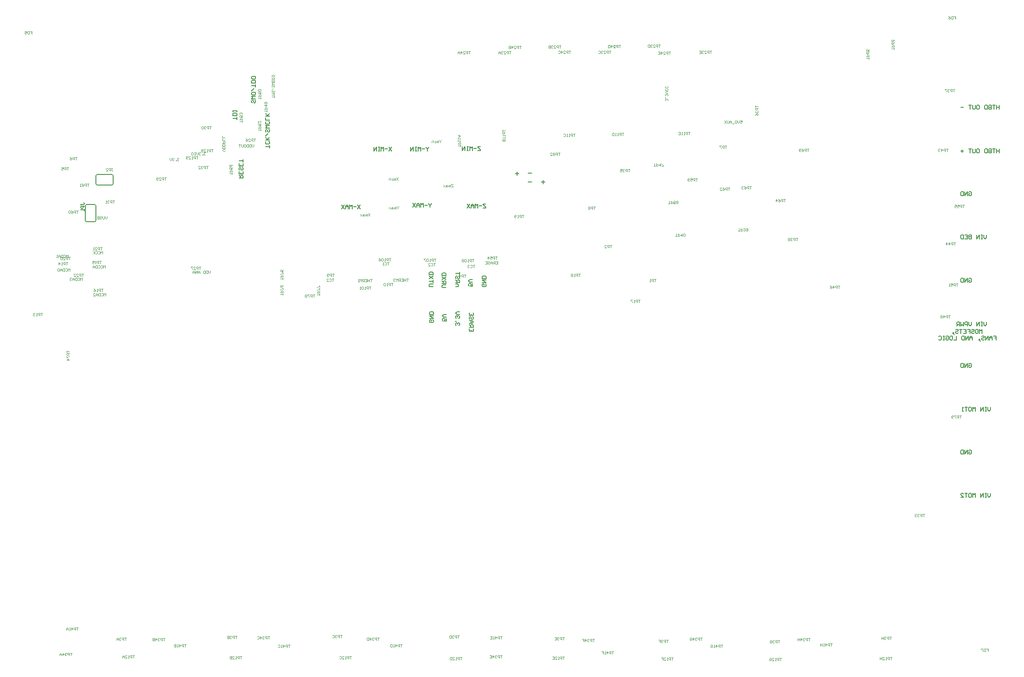
<source format=gbo>
G04*
G04 #@! TF.GenerationSoftware,Altium Limited,Altium Designer,21.0.8 (223)*
G04*
G04 Layer_Color=32896*
%FSLAX25Y25*%
%MOIN*%
G70*
G04*
G04 #@! TF.SameCoordinates,5566C36B-964F-41A9-A7E5-395C2F312E01*
G04*
G04*
G04 #@! TF.FilePolarity,Positive*
G04*
G01*
G75*
%ADD18C,0.00400*%
%ADD19C,0.00500*%
%ADD25C,0.00600*%
G54D18*
X-259944Y223514D02*
X-258611D01*
Y221514D01*
X-259944D01*
X-258611Y222514D02*
X-259278D01*
X-260611Y221514D02*
Y223514D01*
X-261610D01*
X-261943Y223180D01*
Y222514D01*
X-261610Y222181D01*
X-260611D01*
X-261277D02*
X-261943Y221514D01*
X-262610D02*
Y222847D01*
X-263276Y223514D01*
X-263943Y222847D01*
Y221514D01*
Y222514D01*
X-262610D01*
X-265942Y223180D02*
X-265609Y223514D01*
X-264942D01*
X-264609Y223180D01*
Y222847D01*
X-264942Y222514D01*
X-265609D01*
X-265942Y222181D01*
Y221847D01*
X-265609Y221514D01*
X-264942D01*
X-264609Y221847D01*
X-267941Y223514D02*
X-266609D01*
Y221514D01*
X-267941D01*
X-266609Y222514D02*
X-267275D01*
X-475409Y216516D02*
Y215183D01*
X-476076Y214517D01*
X-476742Y215183D01*
Y216516D01*
X-477409D02*
Y214517D01*
X-478408D01*
X-478742Y214850D01*
Y216183D01*
X-478408Y216516D01*
X-477409D01*
X-479408D02*
Y214517D01*
X-480408D01*
X-480741Y214850D01*
Y216183D01*
X-480408Y216516D01*
X-479408D01*
X-483407Y214517D02*
Y215850D01*
X-484073Y216516D01*
X-484740Y215850D01*
Y214517D01*
Y215516D01*
X-483407D01*
X-485406Y214517D02*
Y216516D01*
X-486739Y214517D01*
Y216516D01*
X-487405Y214517D02*
Y215850D01*
X-488072Y216516D01*
X-488738Y215850D01*
Y214517D01*
Y215516D01*
X-487405D01*
X-130793Y344900D02*
X-130460Y345233D01*
Y345900D01*
X-130793Y346233D01*
X-131126D01*
X-131459Y345900D01*
Y345567D01*
Y345900D01*
X-131793Y346233D01*
X-132126D01*
X-132459Y345900D01*
Y345233D01*
X-132126Y344900D01*
X-132459Y346900D02*
X-132126D01*
Y347233D01*
X-132459D01*
Y346900D01*
X-130793Y348566D02*
X-130460Y348899D01*
Y349565D01*
X-130793Y349899D01*
X-131126D01*
X-131459Y349565D01*
Y349232D01*
Y349565D01*
X-131793Y349899D01*
X-132126D01*
X-132459Y349565D01*
Y348899D01*
X-132126Y348566D01*
X-130460Y350565D02*
X-131793D01*
X-132459Y351232D01*
X-131793Y351898D01*
X-130460D01*
X-130793Y353897D02*
X-130460Y353564D01*
Y352898D01*
X-130793Y352564D01*
X-132126D01*
X-132459Y352898D01*
Y353564D01*
X-132126Y353897D01*
X-130793Y355897D02*
X-130460Y355563D01*
Y354897D01*
X-130793Y354564D01*
X-132126D01*
X-132459Y354897D01*
Y355563D01*
X-132126Y355897D01*
X-75691Y329626D02*
X-74358D01*
Y328626D01*
X-75024Y328959D01*
X-75358D01*
X-75691Y328626D01*
Y327959D01*
X-75358Y327626D01*
X-74691D01*
X-74358Y327959D01*
X-76357Y329626D02*
Y328293D01*
X-77024Y327626D01*
X-77690Y328293D01*
Y329626D01*
X-78357Y329292D02*
X-78690Y329626D01*
X-79356D01*
X-79690Y329292D01*
Y327959D01*
X-79356Y327626D01*
X-78690D01*
X-78357Y327959D01*
Y329292D01*
X-80356Y327293D02*
X-81689D01*
X-82355Y327626D02*
Y328959D01*
X-83022Y329626D01*
X-83688Y328959D01*
Y327626D01*
Y328626D01*
X-82355D01*
X-84355Y329626D02*
Y327959D01*
X-84688Y327626D01*
X-85355D01*
X-85688Y327959D01*
Y329626D01*
X-86354D02*
X-87687Y327626D01*
Y329626D02*
X-86354Y327626D01*
X-275902Y220847D02*
X-277234D01*
X-276568D01*
Y218847D01*
X-279234Y220514D02*
X-278901Y220847D01*
X-278234D01*
X-277901Y220514D01*
Y219181D01*
X-278234Y218847D01*
X-278901D01*
X-279234Y219181D01*
X-279900Y220514D02*
X-280233Y220847D01*
X-280900D01*
X-281233Y220514D01*
Y220180D01*
X-280900Y219847D01*
X-280567D01*
X-280900D01*
X-281233Y219514D01*
Y219181D01*
X-280900Y218847D01*
X-280233D01*
X-279900Y219181D01*
X-340813Y222880D02*
X-342146D01*
X-341480D01*
Y220880D01*
X-344145Y222546D02*
X-343812Y222880D01*
X-343146D01*
X-342812Y222546D01*
Y221213D01*
X-343146Y220880D01*
X-343812D01*
X-344145Y221213D01*
X-344812Y220880D02*
X-345478D01*
X-345145D01*
Y222880D01*
X-344812Y222546D01*
X-305527Y222225D02*
X-306860D01*
X-306194D01*
Y220226D01*
X-308860Y221892D02*
X-308526Y222225D01*
X-307860D01*
X-307527Y221892D01*
Y220559D01*
X-307860Y220226D01*
X-308526D01*
X-308860Y220559D01*
X-310859Y220226D02*
X-309526D01*
X-310859Y221558D01*
Y221892D01*
X-310526Y222225D01*
X-309859D01*
X-309526Y221892D01*
X-353371Y210088D02*
X-354704D01*
X-354038D01*
Y208088D01*
X-355370Y210088D02*
Y208088D01*
Y209088D01*
X-356703D01*
Y210088D01*
Y208088D01*
X-358703Y210088D02*
X-357370D01*
Y208088D01*
X-358703D01*
X-357370Y209088D02*
X-358036D01*
X-359369Y208088D02*
Y210088D01*
X-360369D01*
X-360702Y209754D01*
Y209088D01*
X-360369Y208755D01*
X-359369D01*
X-360036D02*
X-360702Y208088D01*
X-361369D02*
Y210088D01*
X-362035Y209421D01*
X-362702Y210088D01*
Y208088D01*
X-363368D02*
X-364034D01*
X-363701D01*
Y210088D01*
X-363368Y209754D01*
X-382299Y210315D02*
X-383632D01*
X-382966D01*
Y208316D01*
X-385631Y209982D02*
X-385298Y210315D01*
X-384632D01*
X-384298Y209982D01*
Y208649D01*
X-384632Y208316D01*
X-385298D01*
X-385631Y208649D01*
X-387631Y208316D02*
X-386298D01*
X-387631Y209649D01*
Y209982D01*
X-387298Y210315D01*
X-386631D01*
X-386298Y209982D01*
X-325915Y210556D02*
X-327248D01*
X-326582D01*
Y208556D01*
X-327915Y210556D02*
Y208556D01*
Y209556D01*
X-329247D01*
Y210556D01*
Y208556D01*
X-331247Y210556D02*
X-329914D01*
Y208556D01*
X-331247D01*
X-329914Y209556D02*
X-330580D01*
X-331913Y208556D02*
Y210556D01*
X-332913D01*
X-333246Y210222D01*
Y209556D01*
X-332913Y209223D01*
X-331913D01*
X-332580D02*
X-333246Y208556D01*
X-333913D02*
Y210556D01*
X-334579Y209889D01*
X-335245Y210556D01*
Y208556D01*
X-335912Y210222D02*
X-336245Y210556D01*
X-336912D01*
X-337245Y210222D01*
Y209889D01*
X-336912Y209556D01*
X-336578D01*
X-336912D01*
X-337245Y209223D01*
Y208889D01*
X-336912Y208556D01*
X-336245D01*
X-335912Y208889D01*
X-553390Y257540D02*
Y256207D01*
X-554056Y255540D01*
X-554723Y256207D01*
Y257540D01*
X-555389D02*
Y255874D01*
X-555722Y255540D01*
X-556389D01*
X-556722Y255874D01*
Y257540D01*
X-558721Y257207D02*
X-558388Y257540D01*
X-557722D01*
X-557388Y257207D01*
Y256873D01*
X-557722Y256540D01*
X-558388D01*
X-558721Y256207D01*
Y255874D01*
X-558388Y255540D01*
X-557722D01*
X-557388Y255874D01*
X-559388Y257540D02*
Y255540D01*
X-560387D01*
X-560721Y255874D01*
Y256207D01*
X-560387Y256540D01*
X-559388D01*
X-560387D01*
X-560721Y256873D01*
Y257207D01*
X-560387Y257540D01*
X-559388D01*
X-556610Y229182D02*
Y231182D01*
X-557277Y230515D01*
X-557943Y231182D01*
Y229182D01*
X-559942Y230848D02*
X-559609Y231182D01*
X-558943D01*
X-558609Y230848D01*
Y229515D01*
X-558943Y229182D01*
X-559609D01*
X-559942Y229515D01*
X-561942Y230848D02*
X-561609Y231182D01*
X-560942D01*
X-560609Y230848D01*
Y229515D01*
X-560942Y229182D01*
X-561609D01*
X-561942Y229515D01*
X-562608Y231182D02*
Y229182D01*
Y229849D01*
X-563941Y231182D01*
X-562941Y230182D01*
X-563941Y229182D01*
X-554740Y218454D02*
Y220453D01*
X-555407Y219787D01*
X-556073Y220453D01*
Y218454D01*
X-558072Y220120D02*
X-557739Y220453D01*
X-557073D01*
X-556739Y220120D01*
Y218787D01*
X-557073Y218454D01*
X-557739D01*
X-558072Y218787D01*
X-560072Y220120D02*
X-559738Y220453D01*
X-559072D01*
X-558739Y220120D01*
Y218787D01*
X-559072Y218454D01*
X-559738D01*
X-560072Y218787D01*
X-560738Y220453D02*
Y218454D01*
X-561738D01*
X-562071Y218787D01*
Y220120D01*
X-561738Y220453D01*
X-560738D01*
X-562738Y218454D02*
Y219787D01*
X-563404Y220453D01*
X-564070Y219787D01*
Y218454D01*
Y219454D01*
X-562738D01*
X-582791Y226328D02*
Y228327D01*
X-583458Y227661D01*
X-584124Y228327D01*
Y226328D01*
X-586124Y227994D02*
X-585790Y228327D01*
X-585124D01*
X-584791Y227994D01*
Y226661D01*
X-585124Y226328D01*
X-585790D01*
X-586124Y226661D01*
X-586790Y228327D02*
Y226328D01*
X-587790D01*
X-588123Y226661D01*
Y227994D01*
X-587790Y228327D01*
X-586790D01*
X-588789Y226328D02*
Y227661D01*
X-589456Y228327D01*
X-590122Y227661D01*
Y226328D01*
Y227327D01*
X-588789D01*
X-590789Y226328D02*
X-591455D01*
X-591122D01*
Y228327D01*
X-590789Y227994D01*
X-581315Y215993D02*
Y217993D01*
X-581981Y217326D01*
X-582648Y217993D01*
Y215993D01*
X-584647Y217659D02*
X-584314Y217993D01*
X-583647D01*
X-583314Y217659D01*
Y216326D01*
X-583647Y215993D01*
X-584314D01*
X-584647Y216326D01*
X-585314Y217993D02*
Y215993D01*
X-586313D01*
X-586647Y216326D01*
Y217659D01*
X-586313Y217993D01*
X-585314D01*
X-587313Y215993D02*
Y217326D01*
X-587979Y217993D01*
X-588646Y217326D01*
Y215993D01*
Y216993D01*
X-587313D01*
X-589312Y217659D02*
X-589645Y217993D01*
X-590312D01*
X-590645Y217659D01*
Y216326D01*
X-590312Y215993D01*
X-589645D01*
X-589312Y216326D01*
Y217659D01*
X-571965Y209005D02*
Y211004D01*
X-572631Y210338D01*
X-573297Y211004D01*
Y209005D01*
X-575297Y210671D02*
X-574964Y211004D01*
X-574297D01*
X-573964Y210671D01*
Y209338D01*
X-574297Y209005D01*
X-574964D01*
X-575297Y209338D01*
X-575963Y211004D02*
Y209005D01*
X-576963D01*
X-577296Y209338D01*
Y210671D01*
X-576963Y211004D01*
X-575963D01*
X-577963Y209005D02*
Y210338D01*
X-578629Y211004D01*
X-579295Y210338D01*
Y209005D01*
Y210005D01*
X-577963D01*
X-579962Y210671D02*
X-580295Y211004D01*
X-580962D01*
X-581295Y210671D01*
Y210338D01*
X-580962Y210005D01*
X-580628D01*
X-580962D01*
X-581295Y209671D01*
Y209338D01*
X-580962Y209005D01*
X-580295D01*
X-579962Y209338D01*
X-554346Y197489D02*
Y199489D01*
X-555013Y198822D01*
X-555679Y199489D01*
Y197489D01*
X-557679Y199155D02*
X-557345Y199489D01*
X-556679D01*
X-556346Y199155D01*
Y197822D01*
X-556679Y197489D01*
X-557345D01*
X-557679Y197822D01*
X-558345Y199489D02*
Y197489D01*
X-559345D01*
X-559678Y197822D01*
Y199155D01*
X-559345Y199489D01*
X-558345D01*
X-560344Y197489D02*
Y198822D01*
X-561011Y199489D01*
X-561677Y198822D01*
Y197489D01*
Y198489D01*
X-560344D01*
X-563677Y197489D02*
X-562344D01*
X-563677Y198822D01*
Y199155D01*
X-563343Y199489D01*
X-562677D01*
X-562344Y199155D01*
X-499067Y301202D02*
X-499400Y301535D01*
X-500067D01*
X-500400Y301202D01*
Y300869D01*
X-500067Y300535D01*
X-499733D01*
X-500067D01*
X-500400Y300202D01*
Y299869D01*
X-500067Y299536D01*
X-499400D01*
X-499067Y299869D01*
X-501066Y299536D02*
Y299869D01*
X-501399D01*
Y299536D01*
X-501066D01*
X-502732Y301202D02*
X-503066Y301535D01*
X-503732D01*
X-504065Y301202D01*
Y300869D01*
X-503732Y300535D01*
X-503399D01*
X-503732D01*
X-504065Y300202D01*
Y299869D01*
X-503732Y299536D01*
X-503066D01*
X-502732Y299869D01*
X-504732Y301535D02*
Y300202D01*
X-505398Y299536D01*
X-506065Y300202D01*
Y301535D01*
X-478882Y305336D02*
X-479215Y305670D01*
X-479881D01*
X-480215Y305336D01*
Y305003D01*
X-479881Y304670D01*
X-479548D01*
X-479881D01*
X-480215Y304337D01*
Y304004D01*
X-479881Y303670D01*
X-479215D01*
X-478882Y304004D01*
X-480881Y303670D02*
Y304004D01*
X-481214D01*
Y303670D01*
X-480881D01*
X-482547Y305336D02*
X-482880Y305670D01*
X-483547D01*
X-483880Y305336D01*
Y305003D01*
X-483547Y304670D01*
X-483214D01*
X-483547D01*
X-483880Y304337D01*
Y304004D01*
X-483547Y303670D01*
X-482880D01*
X-482547Y304004D01*
X-484547Y305670D02*
Y304337D01*
X-485213Y303670D01*
X-485880Y304337D01*
Y305670D01*
X-486546D02*
X-487212D01*
X-486879D01*
Y303670D01*
X-486546D01*
X-487212D01*
X-489212Y305670D02*
X-488545D01*
X-488212Y305336D01*
Y304004D01*
X-488545Y303670D01*
X-489212D01*
X-489545Y304004D01*
Y305336D01*
X-489212Y305670D01*
X-464284Y306820D02*
X-465617D01*
X-466283Y307486D01*
X-465617Y308153D01*
X-464284D01*
Y308819D02*
X-466283D01*
Y309819D01*
X-465950Y310152D01*
X-464617D01*
X-464284Y309819D01*
Y308819D01*
Y310819D02*
X-466283D01*
Y311818D01*
X-465950Y312152D01*
X-464617D01*
X-464284Y311818D01*
Y310819D01*
X-466283Y312818D02*
X-464284D01*
Y313818D01*
X-464617Y314151D01*
X-465284D01*
X-465617Y313818D01*
Y312818D01*
X-464284Y314817D02*
X-466283D01*
Y316150D01*
X-464284Y316817D02*
X-466283D01*
Y318150D01*
X-442603Y311644D02*
Y310311D01*
X-443270Y309644D01*
X-443936Y310311D01*
Y311644D01*
X-444602D02*
Y309644D01*
X-445602D01*
X-445935Y309977D01*
Y311310D01*
X-445602Y311644D01*
X-444602D01*
X-446602D02*
Y309644D01*
X-447602D01*
X-447935Y309977D01*
Y311310D01*
X-447602Y311644D01*
X-446602D01*
X-449601D02*
X-448934D01*
X-448601Y311310D01*
Y309977D01*
X-448934Y309644D01*
X-449601D01*
X-449934Y309977D01*
Y311310D01*
X-449601Y311644D01*
X-450601D02*
Y309977D01*
X-450934Y309644D01*
X-451600D01*
X-451933Y309977D01*
Y311644D01*
X-452600D02*
X-453933D01*
X-453266D01*
Y309644D01*
X-292472Y281653D02*
X-293805D01*
Y281320D01*
X-292472Y279987D01*
Y279654D01*
X-293805D01*
X-294472D02*
Y280987D01*
X-294805D01*
X-295138Y280654D01*
Y279654D01*
Y280654D01*
X-295471Y280987D01*
X-295805Y280654D01*
Y279654D01*
X-296804Y280987D02*
X-297471D01*
X-297804Y280654D01*
Y279654D01*
X-296804D01*
X-296471Y279987D01*
X-296804Y280320D01*
X-297804D01*
X-298470Y280987D02*
X-299803Y279654D01*
X-299137Y280320D01*
X-299803Y280987D01*
X-298470Y279654D01*
X-333283Y265237D02*
Y264903D01*
X-333950Y264237D01*
X-334616Y264903D01*
Y265237D01*
X-333950Y264237D02*
Y263237D01*
X-335283D02*
Y264570D01*
X-335616D01*
X-335949Y264237D01*
Y263237D01*
Y264237D01*
X-336282Y264570D01*
X-336616Y264237D01*
Y263237D01*
X-337615Y264570D02*
X-338282D01*
X-338615Y264237D01*
Y263237D01*
X-337615D01*
X-337282Y263570D01*
X-337615Y263904D01*
X-338615D01*
X-339281Y264570D02*
X-340614Y263237D01*
X-339948Y263904D01*
X-340614Y264570D01*
X-339281Y263237D01*
X-301197Y315138D02*
Y314805D01*
X-301863Y314139D01*
X-302530Y314805D01*
Y315138D01*
X-301863Y314139D02*
Y313139D01*
X-303196D02*
Y314472D01*
X-303529D01*
X-303863Y314139D01*
Y313139D01*
Y314139D01*
X-304196Y314472D01*
X-304529Y314139D01*
Y313139D01*
X-305195D02*
X-305862D01*
X-305529D01*
Y314472D01*
X-305195D01*
X-306862Y313139D02*
Y314472D01*
X-307861D01*
X-308194Y314139D01*
Y313139D01*
X-354992Y259685D02*
X-356325Y257686D01*
Y259685D02*
X-354992Y257686D01*
X-356992D02*
Y259019D01*
X-357325D01*
X-357658Y258685D01*
Y257686D01*
Y258685D01*
X-357992Y259019D01*
X-358325Y258685D01*
Y257686D01*
X-359324Y259019D02*
X-359991D01*
X-360324Y258685D01*
Y257686D01*
X-359324D01*
X-358991Y258019D01*
X-359324Y258352D01*
X-360324D01*
X-360991Y259019D02*
X-362323Y257686D01*
X-361657Y258352D01*
X-362323Y259019D01*
X-360991Y257686D01*
X-333775Y286693D02*
X-335108Y284694D01*
Y286693D02*
X-333775Y284694D01*
X-335775D02*
Y286027D01*
X-336108D01*
X-336441Y285694D01*
Y284694D01*
Y285694D01*
X-336774Y286027D01*
X-337108Y285694D01*
Y284694D01*
X-337774D02*
X-338441D01*
X-338107D01*
Y286027D01*
X-337774D01*
X-339440Y284694D02*
Y286027D01*
X-340440D01*
X-340773Y285694D01*
Y284694D01*
X-426876Y347240D02*
Y348573D01*
Y347907D01*
X-428875D01*
Y349240D02*
X-426876D01*
X-427542Y349906D01*
X-426876Y350572D01*
X-428875D01*
X-427209Y352572D02*
X-426876Y352239D01*
Y351572D01*
X-427209Y351239D01*
X-427542D01*
X-427876Y351572D01*
Y352239D01*
X-428209Y352572D01*
X-428542D01*
X-428875Y352239D01*
Y351572D01*
X-428542Y351239D01*
X-428875Y353238D02*
X-427542Y354571D01*
X-427209Y356571D02*
X-426876Y356237D01*
Y355571D01*
X-427209Y355238D01*
X-427542D01*
X-427876Y355571D01*
Y356237D01*
X-428209Y356571D01*
X-428542D01*
X-428875Y356237D01*
Y355571D01*
X-428542Y355238D01*
X-426876Y357237D02*
X-428875D01*
X-428209Y357903D01*
X-428875Y358570D01*
X-426876D01*
Y359236D02*
X-428875D01*
Y360236D01*
X-428542Y360569D01*
X-427209D01*
X-426876Y360236D01*
Y359236D01*
Y361236D02*
Y361902D01*
Y361569D01*
X-428875D01*
Y361236D01*
Y361902D01*
X-426876Y363901D02*
Y363235D01*
X-427209Y362902D01*
X-428542D01*
X-428875Y363235D01*
Y363901D01*
X-428542Y364235D01*
X-427209D01*
X-426876Y363901D01*
X109994Y-68919D02*
X111327D01*
Y-69918D01*
X110660D01*
X111327D01*
Y-70918D01*
X109327Y-68919D02*
Y-70918D01*
X108328D01*
X107995Y-70585D01*
Y-69252D01*
X108328Y-68919D01*
X109327D01*
X107328D02*
X105995D01*
Y-69252D01*
X107328Y-70585D01*
Y-70918D01*
X85394Y408581D02*
X86727D01*
Y407582D01*
X86060D01*
X86727D01*
Y406582D01*
X84728Y408581D02*
Y406582D01*
X83728D01*
X83395Y406915D01*
Y408248D01*
X83728Y408581D01*
X84728D01*
X81395D02*
X82062Y408248D01*
X82728Y407582D01*
Y406915D01*
X82395Y406582D01*
X81729D01*
X81395Y406915D01*
Y407249D01*
X81729Y407582D01*
X82728D01*
X-611406Y397081D02*
X-610073D01*
Y396082D01*
X-610740D01*
X-610073D01*
Y395082D01*
X-612073Y397081D02*
Y395082D01*
X-613072D01*
X-613405Y395415D01*
Y396748D01*
X-613072Y397081D01*
X-612073D01*
X-615405D02*
X-614072D01*
Y396082D01*
X-614738Y396415D01*
X-615071D01*
X-615405Y396082D01*
Y395415D01*
X-615071Y395082D01*
X-614405D01*
X-614072Y395415D01*
X-128425Y381922D02*
X-129758D01*
X-129092D01*
Y379922D01*
X-130424D02*
Y381922D01*
X-131424D01*
X-131757Y381588D01*
Y380922D01*
X-131424Y380589D01*
X-130424D01*
X-133757Y379922D02*
X-132424D01*
X-133757Y381255D01*
Y381588D01*
X-133423Y381922D01*
X-132757D01*
X-132424Y381588D01*
X-135423Y379922D02*
Y381922D01*
X-134423Y380922D01*
X-135756D01*
X-137756Y381922D02*
X-136423D01*
Y379922D01*
X-137756D01*
X-136423Y380922D02*
X-137089D01*
X-166099Y386602D02*
X-167432D01*
X-166766D01*
Y384602D01*
X-168098D02*
Y386602D01*
X-169098D01*
X-169431Y386268D01*
Y385602D01*
X-169098Y385269D01*
X-168098D01*
X-171431Y384602D02*
X-170098D01*
X-171431Y385935D01*
Y386268D01*
X-171098Y386602D01*
X-170431D01*
X-170098Y386268D01*
X-173097Y384602D02*
Y386602D01*
X-172097Y385602D01*
X-173430D01*
X-174097Y386602D02*
Y384602D01*
X-175096D01*
X-175429Y384935D01*
Y386268D01*
X-175096Y386602D01*
X-174097D01*
X-203539Y382468D02*
X-204872D01*
X-204206D01*
Y380468D01*
X-205539D02*
Y382468D01*
X-206538D01*
X-206871Y382134D01*
Y381468D01*
X-206538Y381135D01*
X-205539D01*
X-208871Y380468D02*
X-207538D01*
X-208871Y381801D01*
Y382134D01*
X-208538Y382468D01*
X-207871D01*
X-207538Y382134D01*
X-210537Y380468D02*
Y382468D01*
X-209537Y381468D01*
X-210870D01*
X-212870Y382134D02*
X-212536Y382468D01*
X-211870D01*
X-211537Y382134D01*
Y380801D01*
X-211870Y380468D01*
X-212536D01*
X-212870Y380801D01*
X-240901Y386134D02*
X-242234D01*
X-241568D01*
Y384134D01*
X-242900D02*
Y386134D01*
X-243900D01*
X-244233Y385800D01*
Y385134D01*
X-243900Y384801D01*
X-242900D01*
X-246233Y384134D02*
X-244900D01*
X-246233Y385467D01*
Y385800D01*
X-245900Y386134D01*
X-245233D01*
X-244900Y385800D01*
X-247899Y384134D02*
Y386134D01*
X-246899Y385134D01*
X-248232D01*
X-248899Y386134D02*
Y384134D01*
X-249898D01*
X-250232Y384467D01*
Y384801D01*
X-249898Y385134D01*
X-248899D01*
X-249898D01*
X-250232Y385467D01*
Y385800D01*
X-249898Y386134D01*
X-248899D01*
X-279433Y382000D02*
X-280766D01*
X-280100D01*
Y380000D01*
X-281433D02*
Y382000D01*
X-282432D01*
X-282765Y381666D01*
Y381000D01*
X-282432Y380667D01*
X-281433D01*
X-284765Y380000D02*
X-283432D01*
X-284765Y381333D01*
Y381666D01*
X-284432Y382000D01*
X-283765D01*
X-283432Y381666D01*
X-286431Y380000D02*
Y382000D01*
X-285431Y381000D01*
X-286764D01*
X-287431Y380000D02*
Y381333D01*
X-288097Y382000D01*
X-288763Y381333D01*
Y380000D01*
Y381000D01*
X-287431D01*
X-97381Y382312D02*
X-98714D01*
X-98048D01*
Y380312D01*
X-99380D02*
Y382312D01*
X-100380D01*
X-100713Y381978D01*
Y381312D01*
X-100380Y380979D01*
X-99380D01*
X-102713Y380312D02*
X-101380D01*
X-102713Y381645D01*
Y381978D01*
X-102380Y382312D01*
X-101713D01*
X-101380Y381978D01*
X-103379D02*
X-103712Y382312D01*
X-104379D01*
X-104712Y381978D01*
Y381645D01*
X-104379Y381312D01*
X-104046D01*
X-104379D01*
X-104712Y380979D01*
Y380645D01*
X-104379Y380312D01*
X-103712D01*
X-103379Y380645D01*
X-106711Y382312D02*
X-105379D01*
Y380312D01*
X-106711D01*
X-105379Y381312D02*
X-106045D01*
X-135991Y387226D02*
X-137324D01*
X-136658D01*
Y385226D01*
X-137990D02*
Y387226D01*
X-138990D01*
X-139323Y386892D01*
Y386226D01*
X-138990Y385893D01*
X-137990D01*
X-141323Y385226D02*
X-139990D01*
X-141323Y386559D01*
Y386892D01*
X-140989Y387226D01*
X-140323D01*
X-139990Y386892D01*
X-141989D02*
X-142322Y387226D01*
X-142989D01*
X-143322Y386892D01*
Y386559D01*
X-142989Y386226D01*
X-142656D01*
X-142989D01*
X-143322Y385893D01*
Y385559D01*
X-142989Y385226D01*
X-142322D01*
X-141989Y385559D01*
X-143989Y387226D02*
Y385226D01*
X-144988D01*
X-145322Y385559D01*
Y386892D01*
X-144988Y387226D01*
X-143989D01*
X-173197Y382390D02*
X-174530D01*
X-173864D01*
Y380390D01*
X-175197D02*
Y382390D01*
X-176196D01*
X-176529Y382056D01*
Y381390D01*
X-176196Y381057D01*
X-175197D01*
X-178529Y380390D02*
X-177196D01*
X-178529Y381723D01*
Y382056D01*
X-178196Y382390D01*
X-177529D01*
X-177196Y382056D01*
X-179195D02*
X-179528Y382390D01*
X-180195D01*
X-180528Y382056D01*
Y381723D01*
X-180195Y381390D01*
X-179862D01*
X-180195D01*
X-180528Y381057D01*
Y380723D01*
X-180195Y380390D01*
X-179528D01*
X-179195Y380723D01*
X-182527Y382056D02*
X-182194Y382390D01*
X-181528D01*
X-181195Y382056D01*
Y380723D01*
X-181528Y380390D01*
X-182194D01*
X-182527Y380723D01*
X-211027Y386446D02*
X-212360D01*
X-211694D01*
Y384446D01*
X-213026D02*
Y386446D01*
X-214026D01*
X-214359Y386112D01*
Y385446D01*
X-214026Y385113D01*
X-213026D01*
X-216359Y384446D02*
X-215026D01*
X-216359Y385779D01*
Y386112D01*
X-216025Y386446D01*
X-215359D01*
X-215026Y386112D01*
X-217025D02*
X-217358Y386446D01*
X-218025D01*
X-218358Y386112D01*
Y385779D01*
X-218025Y385446D01*
X-217692D01*
X-218025D01*
X-218358Y385113D01*
Y384779D01*
X-218025Y384446D01*
X-217358D01*
X-217025Y384779D01*
X-219025Y386446D02*
Y384446D01*
X-220024D01*
X-220357Y384779D01*
Y385113D01*
X-220024Y385446D01*
X-219025D01*
X-220024D01*
X-220357Y385779D01*
Y386112D01*
X-220024Y386446D01*
X-219025D01*
X-248623Y382156D02*
X-249956D01*
X-249290D01*
Y380156D01*
X-250623D02*
Y382156D01*
X-251622D01*
X-251955Y381822D01*
Y381156D01*
X-251622Y380823D01*
X-250623D01*
X-253955Y380156D02*
X-252622D01*
X-253955Y381489D01*
Y381822D01*
X-253622Y382156D01*
X-252955D01*
X-252622Y381822D01*
X-254621D02*
X-254954Y382156D01*
X-255621D01*
X-255954Y381822D01*
Y381489D01*
X-255621Y381156D01*
X-255288D01*
X-255621D01*
X-255954Y380823D01*
Y380489D01*
X-255621Y380156D01*
X-254954D01*
X-254621Y380489D01*
X-256621Y380156D02*
Y381489D01*
X-257287Y382156D01*
X-257954Y381489D01*
Y380156D01*
Y381156D01*
X-256621D01*
X-113527Y321004D02*
X-114860D01*
X-114194D01*
Y319004D01*
X-115526D02*
Y321004D01*
X-116526D01*
X-116859Y320670D01*
Y320004D01*
X-116526Y319671D01*
X-115526D01*
X-117526Y319004D02*
X-118192D01*
X-117859D01*
Y321004D01*
X-117526Y320670D01*
X-119192Y319004D02*
X-119858D01*
X-119525D01*
Y321004D01*
X-119192Y320670D01*
X-122191Y321004D02*
X-120858D01*
Y319004D01*
X-122191D01*
X-120858Y320004D02*
X-121525D01*
X-163525Y320302D02*
X-164858D01*
X-164192D01*
Y318302D01*
X-165524D02*
Y320302D01*
X-166524D01*
X-166857Y319968D01*
Y319302D01*
X-166524Y318969D01*
X-165524D01*
X-167524Y318302D02*
X-168190D01*
X-167857D01*
Y320302D01*
X-167524Y319968D01*
X-169190Y318302D02*
X-169856D01*
X-169523D01*
Y320302D01*
X-169190Y319968D01*
X-170856Y320302D02*
Y318302D01*
X-171856D01*
X-172189Y318635D01*
Y319968D01*
X-171856Y320302D01*
X-170856D01*
X-200185Y319912D02*
X-201518D01*
X-200852D01*
Y317912D01*
X-202185D02*
Y319912D01*
X-203184D01*
X-203517Y319578D01*
Y318912D01*
X-203184Y318579D01*
X-202185D01*
X-204184Y317912D02*
X-204850D01*
X-204517D01*
Y319912D01*
X-204184Y319578D01*
X-205850Y317912D02*
X-206516D01*
X-206183D01*
Y319912D01*
X-205850Y319578D01*
X-208849D02*
X-208516Y319912D01*
X-207849D01*
X-207516Y319578D01*
Y318245D01*
X-207849Y317912D01*
X-208516D01*
X-208849Y318245D01*
X-255062Y322734D02*
Y321401D01*
Y322068D01*
X-253062D01*
Y320735D02*
X-255062D01*
Y319735D01*
X-254728Y319402D01*
X-254062D01*
X-253729Y319735D01*
Y320735D01*
X-253062Y318735D02*
Y318069D01*
Y318402D01*
X-255062D01*
X-254728Y318735D01*
X-253062Y317069D02*
Y316403D01*
Y316736D01*
X-255062D01*
X-254728Y317069D01*
X-255062Y315403D02*
X-253062D01*
Y314403D01*
X-253395Y314070D01*
X-253729D01*
X-254062Y314403D01*
Y315403D01*
Y314403D01*
X-254395Y314070D01*
X-254728D01*
X-255062Y314403D01*
Y315403D01*
X-286826Y310059D02*
Y311392D01*
Y310725D01*
X-288826D01*
Y312058D02*
X-286826D01*
Y313058D01*
X-287159Y313391D01*
X-287826D01*
X-288159Y313058D01*
Y312058D01*
X-288826Y314058D02*
Y314724D01*
Y314391D01*
X-286826D01*
X-287159Y314058D01*
X-288826Y315724D02*
Y316390D01*
Y316057D01*
X-286826D01*
X-287159Y315724D01*
X-288826Y317390D02*
X-287493D01*
X-286826Y318056D01*
X-287493Y318723D01*
X-288826D01*
X-287826D01*
Y317390D01*
X-6173Y-64919D02*
X-7506D01*
X-6840D01*
Y-66918D01*
X-8173D02*
Y-64919D01*
X-9172D01*
X-9505Y-65252D01*
Y-65918D01*
X-9172Y-66251D01*
X-8173D01*
X-11171Y-66918D02*
Y-64919D01*
X-10172Y-65918D01*
X-11505D01*
X-12171Y-66918D02*
X-12838D01*
X-12504D01*
Y-64919D01*
X-12171Y-65252D01*
X-13837Y-64919D02*
Y-66918D01*
Y-65918D01*
X-15170D01*
Y-64919D01*
Y-66918D01*
X-88873Y-65819D02*
X-90206D01*
X-89540D01*
Y-67818D01*
X-90873D02*
Y-65819D01*
X-91872D01*
X-92205Y-66152D01*
Y-66818D01*
X-91872Y-67151D01*
X-90873D01*
X-93871Y-67818D02*
Y-65819D01*
X-92872Y-66818D01*
X-94205D01*
X-94871Y-67818D02*
X-95538D01*
X-95204D01*
Y-65819D01*
X-94871Y-66152D01*
X-97870D02*
X-97537Y-65819D01*
X-96871D01*
X-96537Y-66152D01*
Y-67485D01*
X-96871Y-67818D01*
X-97537D01*
X-97870Y-67485D01*
Y-66818D01*
X-97204D01*
X-171187Y-70929D02*
X-172520D01*
X-171854D01*
Y-72928D01*
X-173187D02*
Y-70929D01*
X-174186D01*
X-174519Y-71262D01*
Y-71928D01*
X-174186Y-72261D01*
X-173187D01*
X-176186Y-72928D02*
Y-70929D01*
X-175186Y-71928D01*
X-176519D01*
X-177185Y-72928D02*
X-177852D01*
X-177518D01*
Y-70929D01*
X-177185Y-71262D01*
X-180184Y-70929D02*
X-178851D01*
Y-71928D01*
X-179518D01*
X-178851D01*
Y-72928D01*
X-255403Y-59557D02*
X-256735D01*
X-256069D01*
Y-61557D01*
X-257402D02*
Y-59557D01*
X-258402D01*
X-258735Y-59891D01*
Y-60557D01*
X-258402Y-60890D01*
X-257402D01*
X-260401Y-61557D02*
Y-59557D01*
X-259401Y-60557D01*
X-260734D01*
X-261401Y-61557D02*
X-262067D01*
X-261734D01*
Y-59557D01*
X-261401Y-59891D01*
X-264400Y-59557D02*
X-263067D01*
Y-61557D01*
X-264400D01*
X-263067Y-60557D02*
X-263733D01*
X-330667Y-65561D02*
X-332000D01*
X-331334D01*
Y-67561D01*
X-332667D02*
Y-65561D01*
X-333666D01*
X-334000Y-65894D01*
Y-66561D01*
X-333666Y-66894D01*
X-332667D01*
X-335666Y-67561D02*
Y-65561D01*
X-334666Y-66561D01*
X-335999D01*
X-336666Y-67561D02*
X-337332D01*
X-336999D01*
Y-65561D01*
X-336666Y-65894D01*
X-338332Y-65561D02*
Y-67561D01*
X-339331D01*
X-339665Y-67227D01*
Y-65894D01*
X-339331Y-65561D01*
X-338332D01*
X-415242Y-66025D02*
X-416575D01*
X-415908D01*
Y-68024D01*
X-417241D02*
Y-66025D01*
X-418241D01*
X-418574Y-66358D01*
Y-67025D01*
X-418241Y-67358D01*
X-417241D01*
X-420240Y-68024D02*
Y-66025D01*
X-419241Y-67025D01*
X-420574D01*
X-421240Y-68024D02*
X-421906D01*
X-421573D01*
Y-66025D01*
X-421240Y-66358D01*
X-424239D02*
X-423906Y-66025D01*
X-423239D01*
X-422906Y-66358D01*
Y-67691D01*
X-423239Y-68024D01*
X-423906D01*
X-424239Y-67691D01*
X-493783Y-65639D02*
X-495116D01*
X-494449D01*
Y-67639D01*
X-495782D02*
Y-65639D01*
X-496782D01*
X-497115Y-65972D01*
Y-66639D01*
X-496782Y-66972D01*
X-495782D01*
X-498781Y-67639D02*
Y-65639D01*
X-497782Y-66639D01*
X-499114D01*
X-499781Y-67639D02*
X-500447D01*
X-500114D01*
Y-65639D01*
X-499781Y-65972D01*
X-501447Y-65639D02*
Y-67639D01*
X-502447D01*
X-502780Y-67305D01*
Y-66972D01*
X-502447Y-66639D01*
X-501447D01*
X-502447D01*
X-502780Y-66306D01*
Y-65972D01*
X-502447Y-65639D01*
X-501447D01*
X-575045Y-52925D02*
X-576378D01*
X-575712D01*
Y-54925D01*
X-577045D02*
Y-52925D01*
X-578045D01*
X-578378Y-53258D01*
Y-53925D01*
X-578045Y-54258D01*
X-577045D01*
X-580044Y-54925D02*
Y-52925D01*
X-579044Y-53925D01*
X-580377D01*
X-581043Y-54925D02*
X-581710D01*
X-581377D01*
Y-52925D01*
X-581043Y-53258D01*
X-582710Y-54925D02*
Y-53592D01*
X-583376Y-52925D01*
X-584043Y-53592D01*
Y-54925D01*
Y-53925D01*
X-582710D01*
X-22873Y-61019D02*
X-24206D01*
X-23540D01*
Y-63018D01*
X-24872D02*
Y-61019D01*
X-25872D01*
X-26205Y-61352D01*
Y-62018D01*
X-25872Y-62351D01*
X-24872D01*
X-26872Y-61352D02*
X-27205Y-61019D01*
X-27872D01*
X-28205Y-61352D01*
Y-61685D01*
X-27872Y-62018D01*
X-27538D01*
X-27872D01*
X-28205Y-62351D01*
Y-62685D01*
X-27872Y-63018D01*
X-27205D01*
X-26872Y-62685D01*
X-29871Y-63018D02*
Y-61019D01*
X-28871Y-62018D01*
X-30204D01*
X-30871Y-61019D02*
Y-63018D01*
Y-62018D01*
X-32204D01*
Y-61019D01*
Y-63018D01*
X-104273Y-60719D02*
X-105606D01*
X-104940D01*
Y-62718D01*
X-106272D02*
Y-60719D01*
X-107272D01*
X-107605Y-61052D01*
Y-61718D01*
X-107272Y-62051D01*
X-106272D01*
X-108272Y-61052D02*
X-108605Y-60719D01*
X-109272D01*
X-109605Y-61052D01*
Y-61385D01*
X-109272Y-61718D01*
X-108938D01*
X-109272D01*
X-109605Y-62051D01*
Y-62385D01*
X-109272Y-62718D01*
X-108605D01*
X-108272Y-62385D01*
X-111271Y-62718D02*
Y-60719D01*
X-110271Y-61718D01*
X-111604D01*
X-113603Y-61052D02*
X-113270Y-60719D01*
X-112604D01*
X-112271Y-61052D01*
Y-62385D01*
X-112604Y-62718D01*
X-113270D01*
X-113603Y-62385D01*
Y-61718D01*
X-112937D01*
X-185773Y-61519D02*
X-187106D01*
X-186440D01*
Y-63518D01*
X-187773D02*
Y-61519D01*
X-188772D01*
X-189105Y-61852D01*
Y-62518D01*
X-188772Y-62851D01*
X-187773D01*
X-189772Y-61852D02*
X-190105Y-61519D01*
X-190771D01*
X-191105Y-61852D01*
Y-62185D01*
X-190771Y-62518D01*
X-190438D01*
X-190771D01*
X-191105Y-62851D01*
Y-63185D01*
X-190771Y-63518D01*
X-190105D01*
X-189772Y-63185D01*
X-192771Y-63518D02*
Y-61519D01*
X-191771Y-62518D01*
X-193104D01*
X-195104Y-61519D02*
X-193771D01*
Y-62518D01*
X-194437D01*
X-193771D01*
Y-63518D01*
X-255421Y-73783D02*
X-256754D01*
X-256088D01*
Y-75783D01*
X-257421D02*
Y-73783D01*
X-258420D01*
X-258754Y-74117D01*
Y-74783D01*
X-258420Y-75116D01*
X-257421D01*
X-259420Y-74117D02*
X-259753Y-73783D01*
X-260420D01*
X-260753Y-74117D01*
Y-74450D01*
X-260420Y-74783D01*
X-260087D01*
X-260420D01*
X-260753Y-75116D01*
Y-75450D01*
X-260420Y-75783D01*
X-259753D01*
X-259420Y-75450D01*
X-262419Y-75783D02*
Y-73783D01*
X-261420Y-74783D01*
X-262752D01*
X-264752Y-73783D02*
X-263419D01*
Y-75783D01*
X-264752D01*
X-263419Y-74783D02*
X-264085D01*
X-347966Y-60443D02*
X-349299D01*
X-348633D01*
Y-62442D01*
X-349966D02*
Y-60443D01*
X-350965D01*
X-351299Y-60776D01*
Y-61443D01*
X-350965Y-61776D01*
X-349966D01*
X-351965Y-60776D02*
X-352298Y-60443D01*
X-352965D01*
X-353298Y-60776D01*
Y-61110D01*
X-352965Y-61443D01*
X-352631D01*
X-352965D01*
X-353298Y-61776D01*
Y-62109D01*
X-352965Y-62442D01*
X-352298D01*
X-351965Y-62109D01*
X-354964Y-62442D02*
Y-60443D01*
X-353964Y-61443D01*
X-355297D01*
X-355964Y-60443D02*
Y-62442D01*
X-356963D01*
X-357297Y-62109D01*
Y-60776D01*
X-356963Y-60443D01*
X-355964D01*
X-430783Y-59659D02*
X-432116D01*
X-431449D01*
Y-61658D01*
X-432782D02*
Y-59659D01*
X-433782D01*
X-434115Y-59992D01*
Y-60659D01*
X-433782Y-60992D01*
X-432782D01*
X-434782Y-59992D02*
X-435115Y-59659D01*
X-435781D01*
X-436114Y-59992D01*
Y-60325D01*
X-435781Y-60659D01*
X-435448D01*
X-435781D01*
X-436114Y-60992D01*
Y-61325D01*
X-435781Y-61658D01*
X-435115D01*
X-434782Y-61325D01*
X-437781Y-61658D02*
Y-59659D01*
X-436781Y-60659D01*
X-438114D01*
X-440113Y-59992D02*
X-439780Y-59659D01*
X-439113D01*
X-438780Y-59992D01*
Y-61325D01*
X-439113Y-61658D01*
X-439780D01*
X-440113Y-61325D01*
X-509770Y-60755D02*
X-511103D01*
X-510436D01*
Y-62754D01*
X-511769D02*
Y-60755D01*
X-512769D01*
X-513102Y-61088D01*
Y-61755D01*
X-512769Y-62088D01*
X-511769D01*
X-513768Y-61088D02*
X-514102Y-60755D01*
X-514768D01*
X-515101Y-61088D01*
Y-61422D01*
X-514768Y-61755D01*
X-514435D01*
X-514768D01*
X-515101Y-62088D01*
Y-62421D01*
X-514768Y-62754D01*
X-514102D01*
X-513768Y-62421D01*
X-516767Y-62754D02*
Y-60755D01*
X-515768Y-61755D01*
X-517101D01*
X-517767Y-60755D02*
Y-62754D01*
X-518767D01*
X-519100Y-62421D01*
Y-62088D01*
X-518767Y-61755D01*
X-517767D01*
X-518767D01*
X-519100Y-61422D01*
Y-61088D01*
X-518767Y-60755D01*
X-517767D01*
X-579510Y-72065D02*
X-580843D01*
X-580177D01*
Y-74064D01*
X-581510D02*
Y-72065D01*
X-582509D01*
X-582843Y-72398D01*
Y-73065D01*
X-582509Y-73398D01*
X-581510D01*
X-583509Y-72398D02*
X-583842Y-72065D01*
X-584509D01*
X-584842Y-72398D01*
Y-72732D01*
X-584509Y-73065D01*
X-584175D01*
X-584509D01*
X-584842Y-73398D01*
Y-73731D01*
X-584509Y-74064D01*
X-583842D01*
X-583509Y-73731D01*
X-586508Y-74064D02*
Y-72065D01*
X-585508Y-73065D01*
X-586841D01*
X-587508Y-74064D02*
Y-72732D01*
X-588174Y-72065D01*
X-588841Y-72732D01*
Y-74064D01*
Y-73065D01*
X-587508D01*
X38468Y-59741D02*
X37135D01*
X37802D01*
Y-61740D01*
X36469D02*
Y-59741D01*
X35469D01*
X35136Y-60074D01*
Y-60741D01*
X35469Y-61074D01*
X36469D01*
X34469Y-60074D02*
X34136Y-59741D01*
X33470D01*
X33136Y-60074D01*
Y-60408D01*
X33470Y-60741D01*
X33803D01*
X33470D01*
X33136Y-61074D01*
Y-61407D01*
X33470Y-61740D01*
X34136D01*
X34469Y-61407D01*
X32470Y-59741D02*
Y-61740D01*
Y-60741D01*
X31137D01*
Y-59741D01*
Y-61740D01*
X-46006Y-62705D02*
X-47339D01*
X-46672D01*
Y-64705D01*
X-48005D02*
Y-62705D01*
X-49005D01*
X-49338Y-63038D01*
Y-63705D01*
X-49005Y-64038D01*
X-48005D01*
X-50005Y-63038D02*
X-50338Y-62705D01*
X-51004D01*
X-51337Y-63038D01*
Y-63372D01*
X-51004Y-63705D01*
X-50671D01*
X-51004D01*
X-51337Y-64038D01*
Y-64371D01*
X-51004Y-64705D01*
X-50338D01*
X-50005Y-64371D01*
X-53337Y-63038D02*
X-53004Y-62705D01*
X-52337D01*
X-52004Y-63038D01*
Y-64371D01*
X-52337Y-64705D01*
X-53004D01*
X-53337Y-64371D01*
Y-63705D01*
X-52671D01*
X-129856Y-62315D02*
X-131189D01*
X-130522D01*
Y-64315D01*
X-131855D02*
Y-62315D01*
X-132855D01*
X-133188Y-62648D01*
Y-63315D01*
X-132855Y-63648D01*
X-131855D01*
X-133855Y-62648D02*
X-134188Y-62315D01*
X-134854D01*
X-135188Y-62648D01*
Y-62982D01*
X-134854Y-63315D01*
X-134521D01*
X-134854D01*
X-135188Y-63648D01*
Y-63981D01*
X-134854Y-64315D01*
X-134188D01*
X-133855Y-63981D01*
X-137187Y-62315D02*
X-135854D01*
Y-63315D01*
X-136521D01*
X-135854D01*
Y-64315D01*
X-208446Y-60367D02*
X-209779D01*
X-209113D01*
Y-62367D01*
X-210446D02*
Y-60367D01*
X-211445D01*
X-211779Y-60701D01*
Y-61367D01*
X-211445Y-61700D01*
X-210446D01*
X-212445Y-60701D02*
X-212778Y-60367D01*
X-213445D01*
X-213778Y-60701D01*
Y-61034D01*
X-213445Y-61367D01*
X-213111D01*
X-213445D01*
X-213778Y-61700D01*
Y-62034D01*
X-213445Y-62367D01*
X-212778D01*
X-212445Y-62034D01*
X-215777Y-60367D02*
X-214444D01*
Y-62367D01*
X-215777D01*
X-214444Y-61367D02*
X-215111D01*
X-287745Y-58961D02*
X-289078D01*
X-288412D01*
Y-60961D01*
X-289745D02*
Y-58961D01*
X-290744D01*
X-291077Y-59294D01*
Y-59961D01*
X-290744Y-60294D01*
X-289745D01*
X-291744Y-59294D02*
X-292077Y-58961D01*
X-292744D01*
X-293077Y-59294D01*
Y-59628D01*
X-292744Y-59961D01*
X-292410D01*
X-292744D01*
X-293077Y-60294D01*
Y-60627D01*
X-292744Y-60961D01*
X-292077D01*
X-291744Y-60627D01*
X-293743Y-58961D02*
Y-60961D01*
X-294743D01*
X-295076Y-60627D01*
Y-59294D01*
X-294743Y-58961D01*
X-293743D01*
X-376142Y-58567D02*
X-377475D01*
X-376808D01*
Y-60566D01*
X-378141D02*
Y-58567D01*
X-379141D01*
X-379474Y-58900D01*
Y-59567D01*
X-379141Y-59900D01*
X-378141D01*
X-380140Y-58900D02*
X-380474Y-58567D01*
X-381140D01*
X-381473Y-58900D01*
Y-59233D01*
X-381140Y-59567D01*
X-380807D01*
X-381140D01*
X-381473Y-59900D01*
Y-60233D01*
X-381140Y-60566D01*
X-380474D01*
X-380140Y-60233D01*
X-383473Y-58900D02*
X-383139Y-58567D01*
X-382473D01*
X-382140Y-58900D01*
Y-60233D01*
X-382473Y-60566D01*
X-383139D01*
X-383473Y-60233D01*
X-455463Y-59195D02*
X-456796D01*
X-456129D01*
Y-61194D01*
X-457462D02*
Y-59195D01*
X-458462D01*
X-458795Y-59528D01*
Y-60195D01*
X-458462Y-60528D01*
X-457462D01*
X-459461Y-59528D02*
X-459795Y-59195D01*
X-460461D01*
X-460794Y-59528D01*
Y-59862D01*
X-460461Y-60195D01*
X-460128D01*
X-460461D01*
X-460794Y-60528D01*
Y-60861D01*
X-460461Y-61194D01*
X-459795D01*
X-459461Y-60861D01*
X-461461Y-59195D02*
Y-61194D01*
X-462460D01*
X-462793Y-60861D01*
Y-60528D01*
X-462460Y-60195D01*
X-461461D01*
X-462460D01*
X-462793Y-59862D01*
Y-59528D01*
X-462460Y-59195D01*
X-461461D01*
X-538697Y-60443D02*
X-540030D01*
X-539364D01*
Y-62442D01*
X-540697D02*
Y-60443D01*
X-541696D01*
X-542029Y-60776D01*
Y-61443D01*
X-541696Y-61776D01*
X-540697D01*
X-542696Y-60776D02*
X-543029Y-60443D01*
X-543696D01*
X-544029Y-60776D01*
Y-61110D01*
X-543696Y-61443D01*
X-543362D01*
X-543696D01*
X-544029Y-61776D01*
Y-62109D01*
X-543696Y-62442D01*
X-543029D01*
X-542696Y-62109D01*
X-544695Y-62442D02*
Y-61110D01*
X-545362Y-60443D01*
X-546028Y-61110D01*
Y-62442D01*
Y-61443D01*
X-544695D01*
X63461Y32794D02*
X62128D01*
X62794D01*
Y30794D01*
X61462D02*
Y32794D01*
X60462D01*
X60129Y32460D01*
Y31794D01*
X60462Y31461D01*
X61462D01*
X59462Y32460D02*
X59129Y32794D01*
X58463D01*
X58129Y32460D01*
Y32127D01*
X58463Y31794D01*
X58796D01*
X58463D01*
X58129Y31461D01*
Y31127D01*
X58463Y30794D01*
X59129D01*
X59462Y31127D01*
X57463Y32460D02*
X57130Y32794D01*
X56463D01*
X56130Y32460D01*
Y32127D01*
X56463Y31794D01*
X56796D01*
X56463D01*
X56130Y31461D01*
Y31127D01*
X56463Y30794D01*
X57130D01*
X57463Y31127D01*
X88319Y206812D02*
X86987D01*
X87653D01*
Y204813D01*
X86320D02*
Y206812D01*
X85320D01*
X84987Y206479D01*
Y205813D01*
X85320Y205479D01*
X86320D01*
X82988Y206812D02*
X84321D01*
Y205813D01*
X83654Y206146D01*
X83321D01*
X82988Y205813D01*
Y205146D01*
X83321Y204813D01*
X83987D01*
X84321Y205146D01*
X82321Y204813D02*
X81655D01*
X81988D01*
Y206812D01*
X82321Y206479D01*
X38622Y-75313D02*
X37289D01*
X37955D01*
Y-77312D01*
X36622D02*
Y-75313D01*
X35623D01*
X35289Y-75646D01*
Y-76313D01*
X35623Y-76646D01*
X36622D01*
X34623Y-77312D02*
X33956D01*
X34290D01*
Y-75313D01*
X34623Y-75646D01*
X31624Y-77312D02*
X32957D01*
X31624Y-75979D01*
Y-75646D01*
X31957Y-75313D01*
X32623D01*
X32957Y-75646D01*
X30957Y-75313D02*
Y-77312D01*
Y-76313D01*
X29625D01*
Y-75313D01*
Y-77312D01*
X-44760Y-75859D02*
X-46093D01*
X-45427D01*
Y-77858D01*
X-46760D02*
Y-75859D01*
X-47760D01*
X-48093Y-76192D01*
Y-76859D01*
X-47760Y-77192D01*
X-46760D01*
X-48759Y-77858D02*
X-49426D01*
X-49092D01*
Y-75859D01*
X-48759Y-76192D01*
X-51758Y-77858D02*
X-50425D01*
X-51758Y-76525D01*
Y-76192D01*
X-51425Y-75859D01*
X-50758D01*
X-50425Y-76192D01*
X-53758D02*
X-53424Y-75859D01*
X-52758D01*
X-52425Y-76192D01*
Y-77525D01*
X-52758Y-77858D01*
X-53424D01*
X-53758Y-77525D01*
Y-76859D01*
X-53091D01*
X-126426Y-75469D02*
X-127759D01*
X-127093D01*
Y-77468D01*
X-128426D02*
Y-75469D01*
X-129426D01*
X-129759Y-75802D01*
Y-76468D01*
X-129426Y-76802D01*
X-128426D01*
X-130425Y-77468D02*
X-131092D01*
X-130758D01*
Y-75469D01*
X-130425Y-75802D01*
X-133424Y-77468D02*
X-132091D01*
X-133424Y-76135D01*
Y-75802D01*
X-133091Y-75469D01*
X-132424D01*
X-132091Y-75802D01*
X-135424Y-75469D02*
X-134091D01*
Y-76468D01*
X-134757D01*
X-134091D01*
Y-77468D01*
X-208371Y-74769D02*
X-209704D01*
X-209037D01*
Y-76768D01*
X-210370D02*
Y-74769D01*
X-211370D01*
X-211703Y-75102D01*
Y-75769D01*
X-211370Y-76102D01*
X-210370D01*
X-212370Y-76768D02*
X-213036D01*
X-212703D01*
Y-74769D01*
X-212370Y-75102D01*
X-215369Y-76768D02*
X-214036D01*
X-215369Y-75436D01*
Y-75102D01*
X-215035Y-74769D01*
X-214369D01*
X-214036Y-75102D01*
X-217368Y-74769D02*
X-216035D01*
Y-76768D01*
X-217368D01*
X-216035Y-75769D02*
X-216702D01*
X-285564Y-75079D02*
X-286897D01*
X-286230D01*
Y-77078D01*
X-287563D02*
Y-75079D01*
X-288563D01*
X-288896Y-75412D01*
Y-76078D01*
X-288563Y-76412D01*
X-287563D01*
X-289563Y-77078D02*
X-290229D01*
X-289896D01*
Y-75079D01*
X-289563Y-75412D01*
X-292562Y-77078D02*
X-291229D01*
X-292562Y-75745D01*
Y-75412D01*
X-292228Y-75079D01*
X-291562D01*
X-291229Y-75412D01*
X-293228Y-75079D02*
Y-77078D01*
X-294228D01*
X-294561Y-76745D01*
Y-75412D01*
X-294228Y-75079D01*
X-293228D01*
X-369124Y-74607D02*
X-370457D01*
X-369791D01*
Y-76606D01*
X-371124D02*
Y-74607D01*
X-372123D01*
X-372457Y-74940D01*
Y-75606D01*
X-372123Y-75940D01*
X-371124D01*
X-373123Y-76606D02*
X-373789D01*
X-373456D01*
Y-74607D01*
X-373123Y-74940D01*
X-376122Y-76606D02*
X-374789D01*
X-376122Y-75273D01*
Y-74940D01*
X-375789Y-74607D01*
X-375122D01*
X-374789Y-74940D01*
X-378121D02*
X-377788Y-74607D01*
X-377122D01*
X-376788Y-74940D01*
Y-76273D01*
X-377122Y-76606D01*
X-377788D01*
X-378121Y-76273D01*
X-451643Y-74689D02*
X-452976D01*
X-452310D01*
Y-76688D01*
X-453642D02*
Y-74689D01*
X-454642D01*
X-454975Y-75022D01*
Y-75688D01*
X-454642Y-76022D01*
X-453642D01*
X-455642Y-76688D02*
X-456308D01*
X-455975D01*
Y-74689D01*
X-455642Y-75022D01*
X-458641Y-76688D02*
X-457308D01*
X-458641Y-75355D01*
Y-75022D01*
X-458308Y-74689D01*
X-457641D01*
X-457308Y-75022D01*
X-459307Y-74689D02*
Y-76688D01*
X-460307D01*
X-460640Y-76355D01*
Y-76022D01*
X-460307Y-75688D01*
X-459307D01*
X-460307D01*
X-460640Y-75355D01*
Y-75022D01*
X-460307Y-74689D01*
X-459307D01*
X-532616Y-73987D02*
X-533949D01*
X-533282D01*
Y-75986D01*
X-534615D02*
Y-73987D01*
X-535615D01*
X-535948Y-74320D01*
Y-74986D01*
X-535615Y-75320D01*
X-534615D01*
X-536614Y-75986D02*
X-537281D01*
X-536948D01*
Y-73987D01*
X-536614Y-74320D01*
X-539613Y-75986D02*
X-538281D01*
X-539613Y-74653D01*
Y-74320D01*
X-539280Y-73987D01*
X-538614D01*
X-538281Y-74320D01*
X-540280Y-75986D02*
Y-74653D01*
X-540946Y-73987D01*
X-541613Y-74653D01*
Y-75986D01*
Y-74986D01*
X-540280D01*
X-211645Y305482D02*
X-212978D01*
X-212312D01*
Y303482D01*
X-213645D02*
Y305482D01*
X-214644D01*
X-214977Y305148D01*
Y304482D01*
X-214644Y304149D01*
X-213645D01*
X-215644Y305148D02*
X-215977Y305482D01*
X-216644D01*
X-216977Y305148D01*
Y304815D01*
X-216644Y304482D01*
X-216977Y304149D01*
Y303815D01*
X-216644Y303482D01*
X-215977D01*
X-215644Y303815D01*
Y304149D01*
X-215977Y304482D01*
X-215644Y304815D01*
Y305148D01*
X-215977Y304482D02*
X-216644D01*
X-218976Y303482D02*
X-217643D01*
X-218976Y304815D01*
Y305148D01*
X-218643Y305482D01*
X-217976D01*
X-217643Y305148D01*
X-239023Y258370D02*
X-240356D01*
X-239690D01*
Y256370D01*
X-241022D02*
Y258370D01*
X-242022D01*
X-242355Y258036D01*
Y257370D01*
X-242022Y257037D01*
X-241022D01*
X-243022Y256370D02*
X-243688D01*
X-243355D01*
Y258370D01*
X-243022Y258036D01*
X-244688Y256703D02*
X-245021Y256370D01*
X-245688D01*
X-246021Y256703D01*
Y258036D01*
X-245688Y258370D01*
X-245021D01*
X-244688Y258036D01*
Y257703D01*
X-245021Y257370D01*
X-246021D01*
X-196273Y214126D02*
X-197606D01*
X-196940D01*
Y212126D01*
X-198273D02*
Y214126D01*
X-199272D01*
X-199605Y213792D01*
Y213126D01*
X-199272Y212793D01*
X-198273D01*
X-200272Y212126D02*
X-200938D01*
X-200605D01*
Y214126D01*
X-200272Y213792D01*
X-201938D02*
X-202271Y214126D01*
X-202938D01*
X-203271Y213792D01*
Y213459D01*
X-202938Y213126D01*
X-203271Y212793D01*
Y212459D01*
X-202938Y212126D01*
X-202271D01*
X-201938Y212459D01*
Y212793D01*
X-202271Y213126D01*
X-201938Y213459D01*
Y213792D01*
X-202271Y213126D02*
X-202938D01*
X-151173Y194326D02*
X-152506D01*
X-151840D01*
Y192326D01*
X-153173D02*
Y194326D01*
X-154172D01*
X-154505Y193992D01*
Y193326D01*
X-154172Y192993D01*
X-153173D01*
X-155172Y192326D02*
X-155838D01*
X-155505D01*
Y194326D01*
X-155172Y193992D01*
X-156838Y194326D02*
X-158171D01*
Y193992D01*
X-156838Y192659D01*
Y192326D01*
X-184873Y264626D02*
X-186206D01*
X-185540D01*
Y262626D01*
X-186872D02*
Y264626D01*
X-187872D01*
X-188205Y264292D01*
Y263626D01*
X-187872Y263293D01*
X-186872D01*
X-188872Y264292D02*
X-189205Y264626D01*
X-189872D01*
X-190205Y264292D01*
Y263959D01*
X-189872Y263626D01*
X-190205Y263293D01*
Y262959D01*
X-189872Y262626D01*
X-189205D01*
X-188872Y262959D01*
Y263293D01*
X-189205Y263626D01*
X-188872Y263959D01*
Y264292D01*
X-189205Y263626D02*
X-189872D01*
X-172673Y235626D02*
X-174006D01*
X-173340D01*
Y233626D01*
X-174672D02*
Y235626D01*
X-175672D01*
X-176005Y235292D01*
Y234626D01*
X-175672Y234293D01*
X-174672D01*
X-178005Y233626D02*
X-176672D01*
X-178005Y234959D01*
Y235292D01*
X-177672Y235626D01*
X-177005D01*
X-176672Y235292D01*
X-139373Y210126D02*
X-140706D01*
X-140040D01*
Y208126D01*
X-141373D02*
Y210126D01*
X-142372D01*
X-142705Y209792D01*
Y209126D01*
X-142372Y208793D01*
X-141373D01*
X-143372Y208126D02*
X-144038D01*
X-143705D01*
Y210126D01*
X-143372Y209792D01*
X-86046Y310850D02*
X-87379D01*
X-86712D01*
Y308851D01*
X-88045D02*
Y310850D01*
X-89045D01*
X-89378Y310517D01*
Y309850D01*
X-89045Y309517D01*
X-88045D01*
X-90044Y310850D02*
X-91377D01*
Y310517D01*
X-90044Y309184D01*
Y308851D01*
X-575973Y302126D02*
X-577306D01*
X-576640D01*
Y300126D01*
X-577973D02*
Y302126D01*
X-578972D01*
X-579305Y301792D01*
Y301126D01*
X-578972Y300793D01*
X-577973D01*
X-581305Y302126D02*
X-580638Y301792D01*
X-579972Y301126D01*
Y300459D01*
X-580305Y300126D01*
X-580971D01*
X-581305Y300459D01*
Y300793D01*
X-580971Y301126D01*
X-579972D01*
X-582273Y294326D02*
X-583606D01*
X-582940D01*
Y292326D01*
X-584272D02*
Y294326D01*
X-585272D01*
X-585605Y293992D01*
Y293326D01*
X-585272Y292993D01*
X-584272D01*
X-587605Y294326D02*
X-586272D01*
Y293326D01*
X-586938Y293659D01*
X-587271D01*
X-587605Y293326D01*
Y292659D01*
X-587271Y292326D01*
X-586605D01*
X-586272Y292659D01*
X-24059Y308471D02*
X-25392D01*
X-24726D01*
Y306471D01*
X-26059D02*
Y308471D01*
X-27058D01*
X-27391Y308137D01*
Y307471D01*
X-27058Y307138D01*
X-26059D01*
X-29391Y308471D02*
X-28724Y308137D01*
X-28058Y307471D01*
Y306804D01*
X-28391Y306471D01*
X-29058D01*
X-29391Y306804D01*
Y307138D01*
X-29058Y307471D01*
X-28058D01*
X-30057Y306804D02*
X-30391Y306471D01*
X-31057D01*
X-31390Y306804D01*
Y308137D01*
X-31057Y308471D01*
X-30391D01*
X-30057Y308137D01*
Y307804D01*
X-30391Y307471D01*
X-31390D01*
X-282548Y213399D02*
X-283881D01*
X-283214D01*
Y211399D01*
X-284547D02*
Y213399D01*
X-285547D01*
X-285880Y213066D01*
Y212399D01*
X-285547Y212066D01*
X-284547D01*
X-287546Y211399D02*
Y213399D01*
X-286547Y212399D01*
X-287880D01*
X-337768Y207012D02*
X-339101D01*
X-338435D01*
Y205012D01*
X-339768D02*
Y207012D01*
X-340767D01*
X-341100Y206679D01*
Y206012D01*
X-340767Y205679D01*
X-339768D01*
X-341767Y205012D02*
X-342433D01*
X-342100D01*
Y207012D01*
X-341767Y206679D01*
X-343433D02*
X-343766Y207012D01*
X-344433D01*
X-344766Y206679D01*
Y205346D01*
X-344433Y205012D01*
X-343766D01*
X-343433Y205346D01*
Y206679D01*
X-382102Y214055D02*
X-383435D01*
X-382769D01*
Y212056D01*
X-384102D02*
Y214055D01*
X-385101D01*
X-385435Y213722D01*
Y213056D01*
X-385101Y212723D01*
X-384102D01*
X-386101Y212389D02*
X-386434Y212056D01*
X-387101D01*
X-387434Y212389D01*
Y213722D01*
X-387101Y214055D01*
X-386434D01*
X-386101Y213722D01*
Y213389D01*
X-386434Y213056D01*
X-387434D01*
X80916Y308460D02*
X79583D01*
X80250D01*
Y306461D01*
X78917D02*
Y308460D01*
X77917D01*
X77584Y308127D01*
Y307460D01*
X77917Y307127D01*
X78917D01*
X75918Y306461D02*
Y308460D01*
X76918Y307460D01*
X75585D01*
X74918Y308127D02*
X74585Y308460D01*
X73918D01*
X73585Y308127D01*
Y307794D01*
X73918Y307460D01*
X74252D01*
X73918D01*
X73585Y307127D01*
Y306794D01*
X73918Y306461D01*
X74585D01*
X74918Y306794D01*
X82571Y182866D02*
X81238D01*
X81904D01*
Y180866D01*
X80572D02*
Y182866D01*
X79572D01*
X79239Y182532D01*
Y181866D01*
X79572Y181533D01*
X80572D01*
X77573Y180866D02*
Y182866D01*
X78572Y181866D01*
X77239D01*
X76573Y182532D02*
X76240Y182866D01*
X75573D01*
X75240Y182532D01*
Y182199D01*
X75573Y181866D01*
X75240Y181533D01*
Y181199D01*
X75573Y180866D01*
X76240D01*
X76573Y181199D01*
Y181533D01*
X76240Y181866D01*
X76573Y182199D01*
Y182532D01*
X76240Y181866D02*
X75573D01*
X86627Y237778D02*
X85294D01*
X85960D01*
Y235778D01*
X84627D02*
Y237778D01*
X83628D01*
X83295Y237444D01*
Y236778D01*
X83628Y236445D01*
X84627D01*
X81629Y235778D02*
Y237778D01*
X82628Y236778D01*
X81295D01*
X79629Y235778D02*
Y237778D01*
X80629Y236778D01*
X79296D01*
X-574928Y261641D02*
X-576261D01*
X-575595D01*
Y259642D01*
X-576927D02*
Y261641D01*
X-577927D01*
X-578260Y261308D01*
Y260642D01*
X-577927Y260308D01*
X-576927D01*
X-580260Y261641D02*
X-579593Y261308D01*
X-578927Y260642D01*
Y259975D01*
X-579260Y259642D01*
X-579926D01*
X-580260Y259975D01*
Y260308D01*
X-579926Y260642D01*
X-578927D01*
X-580926Y261308D02*
X-581259Y261641D01*
X-581926D01*
X-582259Y261308D01*
Y259975D01*
X-581926Y259642D01*
X-581259D01*
X-580926Y259975D01*
Y261308D01*
X-566885Y282195D02*
X-568218D01*
X-567552D01*
Y280196D01*
X-568884D02*
Y282195D01*
X-569884D01*
X-570217Y281862D01*
Y281195D01*
X-569884Y280862D01*
X-568884D01*
X-572217Y282195D02*
X-571550Y281862D01*
X-570884Y281195D01*
Y280529D01*
X-571217Y280196D01*
X-571883D01*
X-572217Y280529D01*
Y280862D01*
X-571883Y281195D01*
X-570884D01*
X-572883Y280196D02*
X-573550D01*
X-573216D01*
Y282195D01*
X-572883Y281862D01*
X90995Y107128D02*
X89662D01*
X90328D01*
Y105128D01*
X88995D02*
Y107128D01*
X87996D01*
X87663Y106794D01*
Y106128D01*
X87996Y105795D01*
X88995D01*
X86996Y107128D02*
X85663D01*
Y106794D01*
X86996Y105461D01*
Y105128D01*
X84997Y105461D02*
X84664Y105128D01*
X83997D01*
X83664Y105461D01*
Y106794D01*
X83997Y107128D01*
X84664D01*
X84997Y106794D01*
Y106461D01*
X84664Y106128D01*
X83664D01*
X-659Y204974D02*
X-1992D01*
X-1326D01*
Y202975D01*
X-2658D02*
Y204974D01*
X-3658D01*
X-3991Y204641D01*
Y203975D01*
X-3658Y203641D01*
X-2658D01*
X-5658Y202975D02*
Y204974D01*
X-4658Y203975D01*
X-5991D01*
X-7990Y204974D02*
X-7324Y204641D01*
X-6657Y203975D01*
Y203308D01*
X-6990Y202975D01*
X-7657D01*
X-7990Y203308D01*
Y203641D01*
X-7657Y203975D01*
X-6657D01*
X-141068Y295535D02*
X-139735D01*
X-140401D01*
Y297534D01*
X-139068D02*
Y295535D01*
X-138068D01*
X-137735Y295868D01*
Y296535D01*
X-138068Y296868D01*
X-139068D01*
X-136069Y297534D02*
Y295535D01*
X-137069Y296535D01*
X-135736D01*
X-135069Y295535D02*
X-133737D01*
Y295868D01*
X-135069Y297201D01*
Y297534D01*
X-64228Y341265D02*
Y339932D01*
Y340599D01*
X-62228D01*
Y339266D02*
X-64228D01*
Y338266D01*
X-63894Y337933D01*
X-63228D01*
X-62895Y338266D01*
Y339266D01*
X-63894Y337266D02*
X-64228Y336933D01*
Y336267D01*
X-63894Y335934D01*
X-63561D01*
X-63228Y336267D01*
Y336600D01*
Y336267D01*
X-62895Y335934D01*
X-62562D01*
X-62228Y336267D01*
Y336933D01*
X-62562Y337266D01*
X-64228Y333934D02*
X-63894Y334601D01*
X-63228Y335267D01*
X-62562D01*
X-62228Y334934D01*
Y334267D01*
X-62562Y333934D01*
X-62895D01*
X-63228Y334267D01*
Y335267D01*
X-396585Y198433D02*
X-397918D01*
X-397252D01*
Y196434D01*
X-398585D02*
Y198433D01*
X-399584D01*
X-399918Y198100D01*
Y197434D01*
X-399584Y197100D01*
X-398585D01*
X-400584Y198433D02*
X-401917D01*
Y198100D01*
X-400584Y196767D01*
Y196434D01*
X-402583Y198100D02*
X-402916Y198433D01*
X-403583D01*
X-403916Y198100D01*
Y197767D01*
X-403583Y197434D01*
X-403916Y197100D01*
Y196767D01*
X-403583Y196434D01*
X-402916D01*
X-402583Y196767D01*
Y197100D01*
X-402916Y197434D01*
X-402583Y197767D01*
Y198100D01*
X-402916Y197434D02*
X-403583D01*
X-583584Y156189D02*
Y154856D01*
Y155523D01*
X-581584D01*
Y154190D02*
X-583584D01*
Y153190D01*
X-583250Y152857D01*
X-582584D01*
X-582251Y153190D01*
Y154190D01*
X-583584Y152190D02*
Y150857D01*
X-583250D01*
X-581917Y152190D01*
X-581584D01*
Y149191D02*
X-583584D01*
X-582584Y150191D01*
Y148858D01*
X-420587Y209880D02*
Y211213D01*
Y210547D01*
X-422586D01*
Y211880D02*
X-420587D01*
Y212880D01*
X-420920Y213213D01*
X-421587D01*
X-421920Y212880D01*
Y211880D01*
X-420587Y213879D02*
Y215212D01*
X-420920D01*
X-422253Y213879D01*
X-422586D01*
X-420587Y217212D02*
Y215879D01*
X-421587D01*
X-421253Y216545D01*
Y216878D01*
X-421587Y217212D01*
X-422253D01*
X-422586Y216878D01*
Y216212D01*
X-422253Y215879D01*
X-420772Y198122D02*
Y199455D01*
Y198788D01*
X-422772D01*
Y200121D02*
X-420772D01*
Y201121D01*
X-421105Y201454D01*
X-421772D01*
X-422105Y201121D01*
Y200121D01*
X-420772Y202121D02*
Y203454D01*
X-421105D01*
X-422438Y202121D01*
X-422772D01*
X-420772Y205453D02*
X-421105Y204786D01*
X-421772Y204120D01*
X-422438D01*
X-422772Y204453D01*
Y205120D01*
X-422438Y205453D01*
X-422105D01*
X-421772Y205120D01*
Y204120D01*
X-393104Y197719D02*
Y199052D01*
Y198386D01*
X-395103D01*
Y199719D02*
X-393104D01*
Y200718D01*
X-393437Y201051D01*
X-394104D01*
X-394437Y200718D01*
Y199719D01*
X-393104Y201718D02*
Y203051D01*
X-393437D01*
X-394770Y201718D01*
X-395103D01*
X-393104Y203717D02*
Y205050D01*
X-393437D01*
X-394770Y203717D01*
X-395103D01*
X-124570Y242556D02*
X-123237D01*
X-123904D01*
Y244556D01*
X-122571D02*
Y242556D01*
X-121571D01*
X-121238Y242889D01*
Y243556D01*
X-121571Y243889D01*
X-122571D01*
X-119572Y244556D02*
Y242556D01*
X-120572Y243556D01*
X-119239D01*
X-118572Y242889D02*
X-118239Y242556D01*
X-117573D01*
X-117239Y242889D01*
Y244222D01*
X-117573Y244556D01*
X-118239D01*
X-118572Y244222D01*
Y242889D01*
X-77259Y246275D02*
X-75926D01*
X-76592D01*
Y248274D01*
X-75259D02*
Y246275D01*
X-74260D01*
X-73926Y246608D01*
Y247274D01*
X-74260Y247608D01*
X-75259D01*
X-73260Y246608D02*
X-72927Y246275D01*
X-72260D01*
X-71927Y246608D01*
Y246941D01*
X-72260Y247274D01*
X-72593D01*
X-72260D01*
X-71927Y247608D01*
Y247941D01*
X-72260Y248274D01*
X-72927D01*
X-73260Y247941D01*
X-71261D02*
X-70927Y248274D01*
X-70261D01*
X-69928Y247941D01*
Y246608D01*
X-70261Y246275D01*
X-70927D01*
X-71261Y246608D01*
Y246941D01*
X-70927Y247274D01*
X-69928D01*
X-32167Y241054D02*
X-33500D01*
X-32834D01*
Y239054D01*
X-34166D02*
Y241054D01*
X-35166D01*
X-35499Y240720D01*
Y240054D01*
X-35166Y239721D01*
X-34166D01*
X-36166Y240720D02*
X-36499Y241054D01*
X-37165D01*
X-37499Y240720D01*
Y240387D01*
X-37165Y240054D01*
X-36832D01*
X-37165D01*
X-37499Y239721D01*
Y239387D01*
X-37165Y239054D01*
X-36499D01*
X-36166Y239387D01*
X-38165Y240720D02*
X-38498Y241054D01*
X-39165D01*
X-39498Y240720D01*
Y240387D01*
X-39165Y240054D01*
X-39498Y239721D01*
Y239387D01*
X-39165Y239054D01*
X-38498D01*
X-38165Y239387D01*
Y239721D01*
X-38498Y240054D01*
X-38165Y240387D01*
Y240720D01*
X-38498Y240054D02*
X-39165D01*
X86003Y353374D02*
X84670D01*
X85336D01*
Y351374D01*
X84004D02*
Y353374D01*
X83004D01*
X82671Y353040D01*
Y352374D01*
X83004Y352041D01*
X84004D01*
X82004Y353040D02*
X81671Y353374D01*
X81005D01*
X80671Y353040D01*
Y352707D01*
X81005Y352374D01*
X81338D01*
X81005D01*
X80671Y352041D01*
Y351707D01*
X81005Y351374D01*
X81671D01*
X82004Y351707D01*
X80005Y353374D02*
X78672D01*
Y353040D01*
X80005Y351707D01*
Y351374D01*
X93413Y266248D02*
X92080D01*
X92746D01*
Y264248D01*
X91413D02*
Y266248D01*
X90414D01*
X90081Y265914D01*
Y265248D01*
X90414Y264915D01*
X91413D01*
X88081Y266248D02*
X89414D01*
Y265248D01*
X88748Y265581D01*
X88415D01*
X88081Y265248D01*
Y264581D01*
X88415Y264248D01*
X89081D01*
X89414Y264581D01*
X86082Y266248D02*
X87415D01*
Y265248D01*
X86748Y265581D01*
X86415D01*
X86082Y265248D01*
Y264581D01*
X86415Y264248D01*
X87082D01*
X87415Y264581D01*
X-354385Y204550D02*
X-355718D01*
X-355052D01*
Y202550D01*
X-356384D02*
Y204550D01*
X-357384D01*
X-357717Y204216D01*
Y203550D01*
X-357384Y203217D01*
X-356384D01*
X-358384Y202550D02*
X-359050D01*
X-358717D01*
Y204550D01*
X-358384Y204216D01*
X-360050D02*
X-360383Y204550D01*
X-361050D01*
X-361383Y204216D01*
Y202883D01*
X-361050Y202550D01*
X-360383D01*
X-360050Y202883D01*
Y204216D01*
X-362049Y202550D02*
X-362716D01*
X-362383D01*
Y204550D01*
X-362049Y204216D01*
X-259147Y227248D02*
X-260480D01*
X-259814D01*
Y225248D01*
X-261146D02*
Y227248D01*
X-262146D01*
X-262479Y226914D01*
Y226248D01*
X-262146Y225915D01*
X-261146D01*
X-264479Y227248D02*
X-263146D01*
Y226248D01*
X-263812Y226581D01*
X-264145D01*
X-264479Y226248D01*
Y225581D01*
X-264145Y225248D01*
X-263479D01*
X-263146Y225581D01*
X-266145Y225248D02*
Y227248D01*
X-265145Y226248D01*
X-266478D01*
X-459152Y289095D02*
Y290428D01*
Y289761D01*
X-461151D01*
Y291094D02*
X-459152D01*
Y292094D01*
X-459485Y292427D01*
X-460151D01*
X-460485Y292094D01*
Y291094D01*
X-459152Y294426D02*
Y293093D01*
X-460151D01*
X-459818Y293760D01*
Y294093D01*
X-460151Y294426D01*
X-460818D01*
X-461151Y294093D01*
Y293427D01*
X-460818Y293093D01*
X-459152Y296426D02*
X-459485Y295759D01*
X-460151Y295093D01*
X-460818D01*
X-461151Y295426D01*
Y296093D01*
X-460818Y296426D01*
X-460485D01*
X-460151Y296093D01*
Y295093D01*
X-432562Y336564D02*
Y337896D01*
Y337230D01*
X-434561D01*
Y338563D02*
X-432562D01*
Y339563D01*
X-432895Y339896D01*
X-433562D01*
X-433895Y339563D01*
Y338563D01*
X-434561Y341562D02*
X-432562D01*
X-433562Y340562D01*
Y341895D01*
X-434228Y342562D02*
X-434561Y342895D01*
Y343561D01*
X-434228Y343895D01*
X-432895D01*
X-432562Y343561D01*
Y342895D01*
X-432895Y342562D01*
X-433228D01*
X-433562Y342895D01*
Y343895D01*
X-437401Y322213D02*
Y323546D01*
Y322879D01*
X-439400D01*
Y324212D02*
X-437401D01*
Y325212D01*
X-437734Y325545D01*
X-438400D01*
X-438733Y325212D01*
Y324212D01*
X-437401Y327544D02*
Y326212D01*
X-438400D01*
X-438067Y326878D01*
Y327211D01*
X-438400Y327544D01*
X-439067D01*
X-439400Y327211D01*
Y326545D01*
X-439067Y326212D01*
X-439400Y329544D02*
Y328211D01*
X-438067Y329544D01*
X-437734D01*
X-437401Y329211D01*
Y328544D01*
X-437734Y328211D01*
X-437265Y346230D02*
Y347563D01*
Y346896D01*
X-439264D01*
Y348229D02*
X-437265D01*
Y349229D01*
X-437598Y349562D01*
X-438265D01*
X-438598Y349229D01*
Y348229D01*
X-437265Y351561D02*
Y350228D01*
X-438265D01*
X-437931Y350895D01*
Y351228D01*
X-438265Y351561D01*
X-438931D01*
X-439264Y351228D01*
Y350562D01*
X-438931Y350228D01*
X-437598Y352228D02*
X-437265Y352561D01*
Y353227D01*
X-437598Y353561D01*
X-438931D01*
X-439264Y353227D01*
Y352561D01*
X-438931Y352228D01*
X-437598D01*
X-451377Y328512D02*
Y329845D01*
Y329179D01*
X-453376D01*
Y330511D02*
X-451377D01*
Y331511D01*
X-451710Y331844D01*
X-452377D01*
X-452710Y331511D01*
Y330511D01*
X-451377Y333844D02*
Y332511D01*
X-452377D01*
X-452043Y333177D01*
Y333510D01*
X-452377Y333844D01*
X-453043D01*
X-453376Y333510D01*
Y332844D01*
X-453043Y332511D01*
X-451710Y334510D02*
X-451377Y334843D01*
Y335510D01*
X-451710Y335843D01*
X-452043D01*
X-452377Y335510D01*
Y335177D01*
Y335510D01*
X-452710Y335843D01*
X-453043D01*
X-453376Y335510D01*
Y334843D01*
X-453043Y334510D01*
X-602002Y184394D02*
X-603335D01*
X-602669D01*
Y182395D01*
X-604002D02*
Y184394D01*
X-605001D01*
X-605335Y184061D01*
Y183394D01*
X-605001Y183061D01*
X-604002D01*
X-606001Y182395D02*
X-606667D01*
X-606334D01*
Y184394D01*
X-606001Y184061D01*
X-607667D02*
X-608000Y184394D01*
X-608667D01*
X-609000Y184061D01*
Y183728D01*
X-608667Y183394D01*
X-608333D01*
X-608667D01*
X-609000Y183061D01*
Y182728D01*
X-608667Y182395D01*
X-608000D01*
X-607667Y182728D01*
X-582988Y222619D02*
X-584321D01*
X-583655D01*
Y220619D01*
X-584987D02*
Y222619D01*
X-585987D01*
X-586320Y222285D01*
Y221619D01*
X-585987Y221286D01*
X-584987D01*
X-586987Y220619D02*
X-587653D01*
X-587320D01*
Y222619D01*
X-586987Y222285D01*
X-589653Y220619D02*
Y222619D01*
X-588653Y221619D01*
X-589986D01*
X-557496Y223800D02*
X-558829D01*
X-558162D01*
Y221800D01*
X-559495D02*
Y223800D01*
X-560495D01*
X-560828Y223466D01*
Y222800D01*
X-560495Y222467D01*
X-559495D01*
X-561495Y221800D02*
X-562161D01*
X-561828D01*
Y223800D01*
X-561495Y223466D01*
X-564494Y223800D02*
X-563161D01*
Y222800D01*
X-563827Y223133D01*
X-564160D01*
X-564494Y222800D01*
Y222133D01*
X-564160Y221800D01*
X-563494D01*
X-563161Y222133D01*
X-556413Y202638D02*
X-557746D01*
X-557080D01*
Y200639D01*
X-558413D02*
Y202638D01*
X-559412D01*
X-559746Y202305D01*
Y201639D01*
X-559412Y201305D01*
X-558413D01*
X-560412Y200639D02*
X-561079D01*
X-560745D01*
Y202638D01*
X-560412Y202305D01*
X-563411Y202638D02*
X-562745Y202305D01*
X-562078Y201639D01*
Y200972D01*
X-562411Y200639D01*
X-563078D01*
X-563411Y200972D01*
Y201305D01*
X-563078Y201639D01*
X-562078D01*
X-581008Y226647D02*
X-582341D01*
X-581674D01*
Y224647D01*
X-583007D02*
Y226647D01*
X-584007D01*
X-584340Y226314D01*
Y225647D01*
X-584007Y225314D01*
X-583007D01*
X-586339Y224647D02*
X-585007D01*
X-586339Y225980D01*
Y226314D01*
X-586006Y226647D01*
X-585340D01*
X-585007Y226314D01*
X-587006D02*
X-587339Y226647D01*
X-588005D01*
X-588339Y226314D01*
Y224981D01*
X-588005Y224647D01*
X-587339D01*
X-587006Y224981D01*
Y226314D01*
X-557102Y234134D02*
X-558435D01*
X-557769D01*
Y232135D01*
X-559102D02*
Y234134D01*
X-560101D01*
X-560434Y233801D01*
Y233135D01*
X-560101Y232801D01*
X-559102D01*
X-562434Y232135D02*
X-561101D01*
X-562434Y233468D01*
Y233801D01*
X-562101Y234134D01*
X-561434D01*
X-561101Y233801D01*
X-563100Y232135D02*
X-563767D01*
X-563434D01*
Y234134D01*
X-563100Y233801D01*
X-570921Y213937D02*
X-572254D01*
X-571588D01*
Y211938D01*
X-572921D02*
Y213937D01*
X-573920D01*
X-574253Y213604D01*
Y212938D01*
X-573920Y212604D01*
X-572921D01*
X-576253Y211938D02*
X-574920D01*
X-576253Y213271D01*
Y213604D01*
X-575920Y213937D01*
X-575253D01*
X-574920Y213604D01*
X-578252Y211938D02*
X-576919D01*
X-578252Y213271D01*
Y213604D01*
X-577919Y213937D01*
X-577252D01*
X-576919Y213604D01*
X-441220Y316085D02*
X-442553D01*
X-441887D01*
Y314085D01*
X-443220D02*
Y316085D01*
X-444219D01*
X-444553Y315752D01*
Y315085D01*
X-444219Y314752D01*
X-443220D01*
X-446552Y314085D02*
X-445219D01*
X-446552Y315418D01*
Y315752D01*
X-446219Y316085D01*
X-445552D01*
X-445219Y315752D01*
X-448551Y316085D02*
X-447885Y315752D01*
X-447218Y315085D01*
Y314419D01*
X-447552Y314085D01*
X-448218D01*
X-448551Y314419D01*
Y314752D01*
X-448218Y315085D01*
X-447218D01*
X-482791Y219469D02*
X-484124D01*
X-483458D01*
Y217470D01*
X-484791D02*
Y219469D01*
X-485790D01*
X-486124Y219136D01*
Y218469D01*
X-485790Y218136D01*
X-484791D01*
X-488123Y217470D02*
X-486790D01*
X-488123Y218802D01*
Y219136D01*
X-487790Y219469D01*
X-487123D01*
X-486790Y219136D01*
X-488789Y219469D02*
X-490122D01*
Y219136D01*
X-488789Y217803D01*
Y217470D01*
X-508654Y286619D02*
X-509987D01*
X-509321D01*
Y284620D01*
X-510654D02*
Y286619D01*
X-511653D01*
X-511986Y286286D01*
Y285619D01*
X-511653Y285286D01*
X-510654D01*
X-513986Y284620D02*
X-512653D01*
X-513986Y285952D01*
Y286286D01*
X-513653Y286619D01*
X-512986D01*
X-512653Y286286D01*
X-514652Y284953D02*
X-514986Y284620D01*
X-515652D01*
X-515985Y284953D01*
Y286286D01*
X-515652Y286619D01*
X-514986D01*
X-514652Y286286D01*
Y285952D01*
X-514986Y285619D01*
X-515985D01*
X-474797Y325533D02*
X-476130D01*
X-475464D01*
Y323534D01*
X-476796D02*
Y325533D01*
X-477796D01*
X-478129Y325200D01*
Y324534D01*
X-477796Y324200D01*
X-476796D01*
X-478796Y325200D02*
X-479129Y325533D01*
X-479796D01*
X-480129Y325200D01*
Y324867D01*
X-479796Y324534D01*
X-479462D01*
X-479796D01*
X-480129Y324200D01*
Y323867D01*
X-479796Y323534D01*
X-479129D01*
X-478796Y323867D01*
X-480795Y325200D02*
X-481128Y325533D01*
X-481795D01*
X-482128Y325200D01*
Y323867D01*
X-481795Y323534D01*
X-481128D01*
X-480795Y323867D01*
Y325200D01*
X-547617Y269405D02*
X-548950D01*
X-548283D01*
Y267405D01*
X-549616D02*
Y269405D01*
X-550616D01*
X-550949Y269072D01*
Y268405D01*
X-550616Y268072D01*
X-549616D01*
X-551615Y269072D02*
X-551949Y269405D01*
X-552615D01*
X-552948Y269072D01*
Y268738D01*
X-552615Y268405D01*
X-552282D01*
X-552615D01*
X-552948Y268072D01*
Y267739D01*
X-552615Y267405D01*
X-551949D01*
X-551615Y267739D01*
X-553615Y267405D02*
X-554281D01*
X-553948D01*
Y269405D01*
X-553615Y269072D01*
X-476886Y295552D02*
X-478219D01*
X-477552D01*
Y293552D01*
X-478885D02*
Y295552D01*
X-479885D01*
X-480218Y295218D01*
Y294552D01*
X-479885Y294219D01*
X-478885D01*
X-480885Y295218D02*
X-481218Y295552D01*
X-481884D01*
X-482217Y295218D01*
Y294885D01*
X-481884Y294552D01*
X-481551D01*
X-481884D01*
X-482217Y294219D01*
Y293885D01*
X-481884Y293552D01*
X-481218D01*
X-480885Y293885D01*
X-484217Y293552D02*
X-482884D01*
X-484217Y294885D01*
Y295218D01*
X-483883Y295552D01*
X-483217D01*
X-482884Y295218D01*
X-158904Y293168D02*
X-160237D01*
X-159571D01*
Y291168D01*
X-160903D02*
Y293168D01*
X-161903D01*
X-162236Y292835D01*
Y292168D01*
X-161903Y291835D01*
X-160903D01*
X-162903Y292835D02*
X-163236Y293168D01*
X-163902D01*
X-164236Y292835D01*
Y292501D01*
X-163902Y292168D01*
X-163569D01*
X-163902D01*
X-164236Y291835D01*
Y291502D01*
X-163902Y291168D01*
X-163236D01*
X-162903Y291502D01*
X-166235Y293168D02*
X-164902D01*
Y292168D01*
X-165568Y292501D01*
X-165902D01*
X-166235Y292168D01*
Y291502D01*
X-165902Y291168D01*
X-165235D01*
X-164902Y291502D01*
X-129851Y267149D02*
X-128518D01*
X-129185D01*
Y269148D01*
X-127852D02*
Y267149D01*
X-126852D01*
X-126519Y267482D01*
Y268148D01*
X-126852Y268481D01*
X-127852D01*
X-124519Y267149D02*
X-125852D01*
Y268148D01*
X-125186Y267815D01*
X-124853D01*
X-124519Y268148D01*
Y268815D01*
X-124853Y269148D01*
X-125519D01*
X-125852Y268815D01*
X-123853Y267482D02*
X-123520Y267149D01*
X-122853D01*
X-122520Y267482D01*
Y267815D01*
X-122853Y268148D01*
X-122520Y268481D01*
Y268815D01*
X-122853Y269148D01*
X-123520D01*
X-123853Y268815D01*
Y268481D01*
X-123520Y268148D01*
X-123853Y267815D01*
Y267482D01*
X-123520Y268148D02*
X-122853D01*
X-108103Y286151D02*
X-109436D01*
X-108769D01*
Y284151D01*
X-110102D02*
Y286151D01*
X-111102D01*
X-111435Y285817D01*
Y285151D01*
X-111102Y284818D01*
X-110102D01*
X-113434Y286151D02*
X-112101D01*
Y285151D01*
X-112768Y285484D01*
X-113101D01*
X-113434Y285151D01*
Y284485D01*
X-113101Y284151D01*
X-112435D01*
X-112101Y284485D01*
X-114101D02*
X-114434Y284151D01*
X-115101D01*
X-115434Y284485D01*
Y285817D01*
X-115101Y286151D01*
X-114434D01*
X-114101Y285817D01*
Y285484D01*
X-114434Y285151D01*
X-115434D01*
X-83803Y278962D02*
X-85136D01*
X-84470D01*
Y276962D01*
X-85803D02*
Y278962D01*
X-86802D01*
X-87135Y278628D01*
Y277962D01*
X-86802Y277629D01*
X-85803D01*
X-89135Y278962D02*
X-88468Y278628D01*
X-87802Y277962D01*
Y277295D01*
X-88135Y276962D01*
X-88801D01*
X-89135Y277295D01*
Y277629D01*
X-88801Y277962D01*
X-87802D01*
X-91134Y276962D02*
X-89801D01*
X-91134Y278295D01*
Y278628D01*
X-90801Y278962D01*
X-90134D01*
X-89801Y278628D01*
X-67353Y279962D02*
X-68686D01*
X-68019D01*
Y277963D01*
X-69352D02*
Y279962D01*
X-70352D01*
X-70685Y279629D01*
Y278962D01*
X-70352Y278629D01*
X-69352D01*
X-72685Y279962D02*
X-72018Y279629D01*
X-71352Y278962D01*
Y278296D01*
X-71685Y277963D01*
X-72351D01*
X-72685Y278296D01*
Y278629D01*
X-72351Y278962D01*
X-71352D01*
X-73351Y279629D02*
X-73684Y279962D01*
X-74351D01*
X-74684Y279629D01*
Y279296D01*
X-74351Y278962D01*
X-74017D01*
X-74351D01*
X-74684Y278629D01*
Y278296D01*
X-74351Y277963D01*
X-73684D01*
X-73351Y278296D01*
X-41683Y270460D02*
X-43016D01*
X-42350D01*
Y268460D01*
X-43683D02*
Y270460D01*
X-44682D01*
X-45015Y270126D01*
Y269460D01*
X-44682Y269127D01*
X-43683D01*
X-47015Y270460D02*
X-46348Y270126D01*
X-45682Y269460D01*
Y268793D01*
X-46015Y268460D01*
X-46681D01*
X-47015Y268793D01*
Y269127D01*
X-46681Y269460D01*
X-45682D01*
X-48681Y268460D02*
Y270460D01*
X-47681Y269460D01*
X-49014D01*
X21230Y375981D02*
Y377314D01*
Y376648D01*
X19231D01*
Y377981D02*
X21230D01*
Y378980D01*
X20897Y379314D01*
X20230D01*
X19897Y378980D01*
Y377981D01*
X21230Y381313D02*
X20897Y380646D01*
X20230Y379980D01*
X19564D01*
X19231Y380313D01*
Y380980D01*
X19564Y381313D01*
X19897D01*
X20230Y380980D01*
Y379980D01*
X21230Y383312D02*
Y381979D01*
X20230D01*
X20563Y382646D01*
Y382979D01*
X20230Y383312D01*
X19564D01*
X19231Y382979D01*
Y382313D01*
X19564Y381979D01*
X40429Y383279D02*
Y384612D01*
Y383946D01*
X38429D01*
Y385279D02*
X40429D01*
Y386278D01*
X40096Y386611D01*
X39429D01*
X39096Y386278D01*
Y385279D01*
X40429Y388611D02*
X40096Y387944D01*
X39429Y387278D01*
X38763D01*
X38429Y387611D01*
Y388278D01*
X38763Y388611D01*
X39096D01*
X39429Y388278D01*
Y387278D01*
X40429Y390610D02*
X40096Y389944D01*
X39429Y389277D01*
X38763D01*
X38429Y389610D01*
Y390277D01*
X38763Y390610D01*
X39096D01*
X39429Y390277D01*
Y389277D01*
X-339253Y225766D02*
X-340586D01*
X-339920D01*
Y223766D01*
X-341252D02*
Y225766D01*
X-342252D01*
X-342585Y225432D01*
Y224766D01*
X-342252Y224433D01*
X-341252D01*
X-343252Y223766D02*
X-343918D01*
X-343585D01*
Y225766D01*
X-343252Y225432D01*
X-344918D02*
X-345251Y225766D01*
X-345918D01*
X-346251Y225432D01*
Y224099D01*
X-345918Y223766D01*
X-345251D01*
X-344918Y224099D01*
Y225432D01*
X-348250Y225766D02*
X-347584Y225432D01*
X-346917Y224766D01*
Y224099D01*
X-347251Y223766D01*
X-347917D01*
X-348250Y224099D01*
Y224433D01*
X-347917Y224766D01*
X-346917D01*
X-305331Y225473D02*
X-306663D01*
X-305997D01*
Y223474D01*
X-307330D02*
Y225473D01*
X-308330D01*
X-308663Y225140D01*
Y224473D01*
X-308330Y224140D01*
X-307330D01*
X-309329Y223474D02*
X-309996D01*
X-309663D01*
Y225473D01*
X-309329Y225140D01*
X-310996D02*
X-311329Y225473D01*
X-311995D01*
X-312328Y225140D01*
Y223807D01*
X-311995Y223474D01*
X-311329D01*
X-310996Y223807D01*
Y225140D01*
X-312995Y225473D02*
X-314328D01*
Y225140D01*
X-312995Y223807D01*
Y223474D01*
X-276541Y224986D02*
X-277874D01*
X-277208D01*
Y222986D01*
X-278540D02*
Y224986D01*
X-279540D01*
X-279873Y224652D01*
Y223986D01*
X-279540Y223653D01*
X-278540D01*
X-280540Y222986D02*
X-281206D01*
X-280873D01*
Y224986D01*
X-280540Y224652D01*
X-282206D02*
X-282539Y224986D01*
X-283206D01*
X-283539Y224652D01*
Y223319D01*
X-283206Y222986D01*
X-282539D01*
X-282206Y223319D01*
Y224652D01*
X-284205D02*
X-284539Y224986D01*
X-285205D01*
X-285538Y224652D01*
Y224319D01*
X-285205Y223986D01*
X-285538Y223653D01*
Y223319D01*
X-285205Y222986D01*
X-284539D01*
X-284205Y223319D01*
Y223653D01*
X-284539Y223986D01*
X-284205Y224319D01*
Y224652D01*
X-284539Y223986D02*
X-285205D01*
X-473351Y308266D02*
X-474684D01*
X-474018D01*
Y306267D01*
X-475351D02*
Y308266D01*
X-476350D01*
X-476683Y307933D01*
Y307267D01*
X-476350Y306933D01*
X-475351D01*
X-477350Y306267D02*
X-478016D01*
X-477683D01*
Y308266D01*
X-477350Y307933D01*
X-480349Y306267D02*
X-479016D01*
X-480349Y307600D01*
Y307933D01*
X-480016Y308266D01*
X-479349D01*
X-479016Y307933D01*
X-481015D02*
X-481349Y308266D01*
X-482015D01*
X-482348Y307933D01*
Y307600D01*
X-482015Y307267D01*
X-482348Y306933D01*
Y306600D01*
X-482015Y306267D01*
X-481349D01*
X-481015Y306600D01*
Y306933D01*
X-481349Y307267D01*
X-481015Y307600D01*
Y307933D01*
X-481349Y307267D02*
X-482015D01*
X-484618Y302799D02*
X-485951D01*
X-485285D01*
Y300800D01*
X-486617D02*
Y302799D01*
X-487617D01*
X-487950Y302466D01*
Y301800D01*
X-487617Y301466D01*
X-486617D01*
X-488617Y300800D02*
X-489283D01*
X-488950D01*
Y302799D01*
X-488617Y302466D01*
X-491616Y300800D02*
X-490283D01*
X-491616Y302133D01*
Y302466D01*
X-491283Y302799D01*
X-490616D01*
X-490283Y302466D01*
X-492282Y301133D02*
X-492616Y300800D01*
X-493282D01*
X-493615Y301133D01*
Y302466D01*
X-493282Y302799D01*
X-492616D01*
X-492282Y302466D01*
Y302133D01*
X-492616Y301800D01*
X-493615D01*
X-550106Y293726D02*
X-549440D01*
X-549773D01*
Y292059D01*
X-549440Y291726D01*
X-549106D01*
X-548773Y292059D01*
X-550772Y291726D02*
Y293726D01*
X-551772D01*
X-552105Y293392D01*
Y292726D01*
X-551772Y292393D01*
X-550772D01*
X-554105Y291726D02*
X-552772D01*
X-554105Y293059D01*
Y293392D01*
X-553771Y293726D01*
X-553105D01*
X-552772Y293392D01*
G54D19*
X-572940Y266043D02*
Y266876D01*
Y266459D01*
X-570857D01*
X-570440Y266876D01*
Y267292D01*
X-570857Y267709D01*
X-570440Y265210D02*
X-572940D01*
Y263960D01*
X-572523Y263543D01*
X-571690D01*
X-571274Y263960D01*
Y265210D01*
X-570440Y262710D02*
Y261877D01*
Y262294D01*
X-572940D01*
X-572523Y262710D01*
G54D25*
X-568594Y266489D02*
X-569302Y266196D01*
X-569594Y265489D01*
Y254489D02*
X-569302Y253782D01*
X-568594Y253489D01*
X-562594D02*
X-561887Y253782D01*
X-561594Y254489D01*
Y265489D02*
X-561887Y266196D01*
X-562594Y266489D01*
X-560661Y288989D02*
X-561369Y288696D01*
X-561661Y287989D01*
X-548661D02*
X-548954Y288696D01*
X-549661Y288989D01*
Y280989D02*
X-548954Y281282D01*
X-548661Y281989D01*
X-561661D02*
X-561369Y281282D01*
X-560661Y280989D01*
X-561594Y254489D02*
Y265489D01*
X-568594Y253489D02*
X-562594D01*
X-568594Y266489D02*
X-562594D01*
X-569594Y254489D02*
Y265489D01*
X-560661Y280989D02*
X-549661D01*
X-561661Y281989D02*
Y287989D01*
X-548661Y281989D02*
Y287989D01*
X-560661Y288989D02*
X-549661D01*
X106714Y169150D02*
Y172150D01*
X105715Y171150D01*
X104715Y172150D01*
Y169150D01*
X102216Y172150D02*
X103216D01*
X103715Y171650D01*
Y169650D01*
X103216Y169150D01*
X102216D01*
X101716Y169650D01*
Y171650D01*
X102216Y172150D01*
X98717Y171650D02*
X99217Y172150D01*
X100216D01*
X100716Y171650D01*
Y171150D01*
X100216Y170650D01*
X99217D01*
X98717Y170150D01*
Y169650D01*
X99217Y169150D01*
X100216D01*
X100716Y169650D01*
X95718Y172150D02*
X97717D01*
Y170650D01*
X96718D01*
X97717D01*
Y169150D01*
X92719Y172150D02*
X94718D01*
Y169150D01*
X92719D01*
X94718Y170650D02*
X93718D01*
X91719Y172150D02*
X89720D01*
X90719D01*
Y169150D01*
X86721Y171650D02*
X87221Y172150D01*
X88220D01*
X88720Y171650D01*
Y171150D01*
X88220Y170650D01*
X87221D01*
X86721Y170150D01*
Y169650D01*
X87221Y169150D01*
X88220D01*
X88720Y169650D01*
X85221Y168651D02*
X84721Y169150D01*
Y169650D01*
X85221D01*
Y169150D01*
X84721D01*
X85221Y168651D01*
X85721Y168151D01*
X115462Y167111D02*
X117461D01*
Y165611D01*
X116461D01*
X117461D01*
Y164112D01*
X114462D02*
Y166111D01*
X113462Y167111D01*
X112462Y166111D01*
Y164112D01*
Y165611D01*
X114462D01*
X111463Y164112D02*
Y167111D01*
X109463Y164112D01*
Y167111D01*
X106464Y166611D02*
X106964Y167111D01*
X107964D01*
X108464Y166611D01*
Y166111D01*
X107964Y165611D01*
X106964D01*
X106464Y165111D01*
Y164611D01*
X106964Y164112D01*
X107964D01*
X108464Y164611D01*
X104965Y163612D02*
X104465Y164112D01*
Y164611D01*
X104965D01*
Y164112D01*
X104465D01*
X104965Y163612D01*
X105465Y163112D01*
X99467Y164112D02*
Y166111D01*
X98467Y167111D01*
X97467Y166111D01*
Y164112D01*
Y165611D01*
X99467D01*
X96468Y164112D02*
Y167111D01*
X94468Y164112D01*
Y167111D01*
X93469D02*
Y164112D01*
X91969D01*
X91469Y164611D01*
Y166611D01*
X91969Y167111D01*
X93469D01*
X87471D02*
Y164112D01*
X85471D01*
X82972Y167111D02*
X83972D01*
X84471Y166611D01*
Y164611D01*
X83972Y164112D01*
X82972D01*
X82472Y164611D01*
Y166611D01*
X82972Y167111D01*
X79473Y166611D02*
X79973Y167111D01*
X80973D01*
X81472Y166611D01*
Y164611D01*
X80973Y164112D01*
X79973D01*
X79473Y164611D01*
Y165611D01*
X80473D01*
X78474Y167111D02*
X77474D01*
X77974D01*
Y164112D01*
X78474D01*
X77474D01*
X73975Y166611D02*
X74475Y167111D01*
X75474D01*
X75974Y166611D01*
Y164611D01*
X75474Y164112D01*
X74475D01*
X73975Y164611D01*
X119567Y341425D02*
Y338426D01*
Y339926D01*
X117567D01*
Y341425D01*
Y338426D01*
X116568Y341425D02*
X114568D01*
X115568D01*
Y338426D01*
X113569Y341425D02*
Y338426D01*
X112069D01*
X111569Y338926D01*
Y339426D01*
X112069Y339926D01*
X113569D01*
X112069D01*
X111569Y340426D01*
Y340925D01*
X112069Y341425D01*
X113569D01*
X110570D02*
Y338426D01*
X109070D01*
X108570Y338926D01*
Y340925D01*
X109070Y341425D01*
X110570D01*
X103072D02*
X104072D01*
X104572Y340925D01*
Y338926D01*
X104072Y338426D01*
X103072D01*
X102572Y338926D01*
Y340925D01*
X103072Y341425D01*
X101573D02*
Y338926D01*
X101073Y338426D01*
X100073D01*
X99573Y338926D01*
Y341425D01*
X98573D02*
X96574D01*
X97574D01*
Y338426D01*
X92576Y339926D02*
X90576D01*
X119567Y308431D02*
Y305432D01*
Y306932D01*
X117567D01*
Y308431D01*
Y305432D01*
X116568Y308431D02*
X114568D01*
X115568D01*
Y305432D01*
X113569Y308431D02*
Y305432D01*
X112069D01*
X111569Y305932D01*
Y306432D01*
X112069Y306932D01*
X113569D01*
X112069D01*
X111569Y307432D01*
Y307931D01*
X112069Y308431D01*
X113569D01*
X110570D02*
Y305432D01*
X109070D01*
X108570Y305932D01*
Y307931D01*
X109070Y308431D01*
X110570D01*
X103072D02*
X104072D01*
X104572Y307931D01*
Y305932D01*
X104072Y305432D01*
X103072D01*
X102572Y305932D01*
Y307931D01*
X103072Y308431D01*
X101573D02*
Y305932D01*
X101073Y305432D01*
X100073D01*
X99573Y305932D01*
Y308431D01*
X98573D02*
X96574D01*
X97574D01*
Y305432D01*
X92576Y306932D02*
X90576D01*
X91576Y307931D02*
Y305932D01*
X96574Y275562D02*
X97074Y276062D01*
X98074D01*
X98573Y275562D01*
Y273563D01*
X98074Y273063D01*
X97074D01*
X96574Y273563D01*
Y274563D01*
X97574D01*
X95574Y273063D02*
Y276062D01*
X93575Y273063D01*
Y276062D01*
X92576D02*
Y273063D01*
X91076D01*
X90576Y273563D01*
Y275562D01*
X91076Y276062D01*
X92576D01*
X110070Y243458D02*
Y241459D01*
X109070Y240459D01*
X108071Y241459D01*
Y243458D01*
X107071D02*
X106071D01*
X106571D01*
Y240459D01*
X107071D01*
X106071D01*
X104572D02*
Y243458D01*
X102572Y240459D01*
Y243458D01*
X98573D02*
Y240459D01*
X97074D01*
X96574Y240959D01*
Y241459D01*
X97074Y241958D01*
X98573D01*
X97074D01*
X96574Y242458D01*
Y242958D01*
X97074Y243458D01*
X98573D01*
X93575D02*
X95574D01*
Y240459D01*
X93575D01*
X95574Y241958D02*
X94575D01*
X92576Y243458D02*
Y240459D01*
X91076D01*
X90576Y240959D01*
Y242958D01*
X91076Y243458D01*
X92576D01*
X96574Y210119D02*
X97074Y210619D01*
X98074D01*
X98573Y210119D01*
Y208120D01*
X98074Y207620D01*
X97074D01*
X96574Y208120D01*
Y209120D01*
X97574D01*
X95574Y207620D02*
Y210619D01*
X93575Y207620D01*
Y210619D01*
X92576D02*
Y207620D01*
X91076D01*
X90576Y208120D01*
Y210119D01*
X91076Y210619D01*
X92576D01*
X110070Y177703D02*
Y175704D01*
X109070Y174704D01*
X108071Y175704D01*
Y177703D01*
X107071D02*
X106071D01*
X106571D01*
Y174704D01*
X107071D01*
X106071D01*
X104572D02*
Y177703D01*
X102572Y174704D01*
Y177703D01*
X98573D02*
Y175704D01*
X97574Y174704D01*
X96574Y175704D01*
Y177703D01*
X95574Y174704D02*
Y177703D01*
X94075D01*
X93575Y177203D01*
Y176204D01*
X94075Y175704D01*
X95574D01*
X92576Y177703D02*
Y174704D01*
X91576Y175704D01*
X90576Y174704D01*
Y177703D01*
X89576Y174704D02*
Y177703D01*
X88077D01*
X87577Y177203D01*
Y176204D01*
X88077Y175704D01*
X89576D01*
X88577D02*
X87577Y174704D01*
X96574Y146003D02*
X97074Y146503D01*
X98074D01*
X98573Y146003D01*
Y144004D01*
X98074Y143504D01*
X97074D01*
X96574Y144004D01*
Y145004D01*
X97574D01*
X95574Y143504D02*
Y146503D01*
X93575Y143504D01*
Y146503D01*
X92576D02*
Y143504D01*
X91076D01*
X90576Y144004D01*
Y146003D01*
X91076Y146503D01*
X92576D01*
X113069Y113509D02*
Y111510D01*
X112069Y110510D01*
X111070Y111510D01*
Y113509D01*
X110070D02*
X109070D01*
X109570D01*
Y110510D01*
X110070D01*
X109070D01*
X107571D02*
Y113509D01*
X105571Y110510D01*
Y113509D01*
X101573Y110510D02*
Y113509D01*
X100573Y112510D01*
X99573Y113509D01*
Y110510D01*
X97074Y113509D02*
X98074D01*
X98573Y113009D01*
Y111010D01*
X98074Y110510D01*
X97074D01*
X96574Y111010D01*
Y113009D01*
X97074Y113509D01*
X95574D02*
X93575D01*
X94575D01*
Y110510D01*
X92576D02*
X91576D01*
X92076D01*
Y113509D01*
X92576Y113009D01*
X113069Y48379D02*
Y46380D01*
X112069Y45380D01*
X111070Y46380D01*
Y48379D01*
X110070D02*
X109070D01*
X109570D01*
Y45380D01*
X110070D01*
X109070D01*
X107571D02*
Y48379D01*
X105571Y45380D01*
Y48379D01*
X101573Y45380D02*
Y48379D01*
X100573Y47380D01*
X99573Y48379D01*
Y45380D01*
X97074Y48379D02*
X98074D01*
X98573Y47879D01*
Y45880D01*
X98074Y45380D01*
X97074D01*
X96574Y45880D01*
Y47879D01*
X97074Y48379D01*
X95574D02*
X93575D01*
X94575D01*
Y45380D01*
X90576D02*
X92576D01*
X90576Y47380D01*
Y47879D01*
X91076Y48379D01*
X92076D01*
X92576Y47879D01*
X-233017Y283408D02*
X-235683D01*
X-222955D02*
X-225621D01*
X-224288Y284740D02*
Y282075D01*
X-277135Y172717D02*
Y170718D01*
X-280134D01*
Y172717D01*
X-278634Y170718D02*
Y171717D01*
X-280134Y173717D02*
X-277135D01*
Y175216D01*
X-277635Y175716D01*
X-278634D01*
X-279134Y175216D01*
Y173717D01*
Y174716D02*
X-280134Y175716D01*
Y176716D02*
X-278134D01*
X-277135Y177715D01*
X-278134Y178715D01*
X-280134D01*
X-278634D01*
Y176716D01*
X-277635Y181714D02*
X-277135Y181214D01*
Y180215D01*
X-277635Y179715D01*
X-278134D01*
X-278634Y180215D01*
Y181214D01*
X-279134Y181714D01*
X-279634D01*
X-280134Y181214D01*
Y180215D01*
X-279634Y179715D01*
X-277135Y184713D02*
Y182714D01*
X-280134D01*
Y184713D01*
X-278634Y182714D02*
Y183713D01*
X-307654Y179311D02*
X-307154Y178812D01*
Y177812D01*
X-307654Y177312D01*
X-309654D01*
X-310154Y177812D01*
Y178812D01*
X-309654Y179311D01*
X-308654D01*
Y178312D01*
X-310154Y180311D02*
X-307154D01*
X-310154Y182310D01*
X-307154D01*
Y183310D02*
X-310154D01*
Y184810D01*
X-309654Y185310D01*
X-307654D01*
X-307154Y184810D01*
Y183310D01*
X-287871Y174950D02*
X-287371Y175450D01*
Y176449D01*
X-287871Y176949D01*
X-288371D01*
X-288871Y176449D01*
Y175950D01*
Y176449D01*
X-289370Y176949D01*
X-289870D01*
X-290370Y176449D01*
Y175450D01*
X-289870Y174950D01*
X-290370Y177949D02*
X-289870D01*
Y178449D01*
X-290370D01*
Y177949D01*
X-287871Y180448D02*
X-287371Y180948D01*
Y181948D01*
X-287871Y182448D01*
X-288371D01*
X-288871Y181948D01*
Y181448D01*
Y181948D01*
X-289370Y182448D01*
X-289870D01*
X-290370Y181948D01*
Y180948D01*
X-289870Y180448D01*
X-287371Y183447D02*
X-289370D01*
X-290370Y184447D01*
X-289370Y185447D01*
X-287371D01*
X-297410Y180591D02*
Y178592D01*
X-298910D01*
X-298410Y179591D01*
Y180091D01*
X-298910Y180591D01*
X-299909D01*
X-300409Y180091D01*
Y179092D01*
X-299909Y178592D01*
X-297410Y181591D02*
X-299410D01*
X-300409Y182590D01*
X-299410Y183590D01*
X-297410D01*
X-242767Y289882D02*
X-245433D01*
X-244100Y291214D02*
Y288549D01*
X-232861Y289960D02*
X-235527D01*
X-290370Y204379D02*
X-288371D01*
Y205878D01*
X-288871Y206378D01*
X-290370D01*
Y207378D02*
X-287371D01*
Y208878D01*
X-287871Y209377D01*
X-288871D01*
X-289370Y208878D01*
Y207378D01*
Y208378D02*
X-290370Y209377D01*
X-287871Y212376D02*
X-287371Y211877D01*
Y210877D01*
X-287871Y210377D01*
X-288371D01*
X-288871Y210877D01*
Y211877D01*
X-289370Y212376D01*
X-289870D01*
X-290370Y211877D01*
Y210877D01*
X-289870Y210377D01*
X-287371Y213376D02*
Y215375D01*
Y214376D01*
X-290370D01*
X-338598Y309839D02*
X-340598Y306840D01*
Y309839D02*
X-338598Y306840D01*
X-341597Y308339D02*
X-343597D01*
X-344596Y306840D02*
Y309839D01*
X-345596Y308839D01*
X-346596Y309839D01*
Y306840D01*
X-347595Y309839D02*
X-348595D01*
X-348095D01*
Y306840D01*
X-347595D01*
X-348595D01*
X-350095D02*
Y309839D01*
X-352094Y306840D01*
Y309839D01*
X-307450Y204379D02*
X-309949D01*
X-310449Y204879D01*
Y205878D01*
X-309949Y206378D01*
X-307450D01*
Y207378D02*
Y209377D01*
Y208378D01*
X-310449D01*
X-307450Y210377D02*
X-310449Y212376D01*
X-307450D02*
X-310449Y210377D01*
X-307450Y213376D02*
X-310449D01*
Y214876D01*
X-309949Y215375D01*
X-307950D01*
X-307450Y214876D01*
Y213376D01*
X96574Y80483D02*
X97074Y80983D01*
X98074D01*
X98573Y80483D01*
Y78484D01*
X98074Y77984D01*
X97074D01*
X96574Y78484D01*
Y79484D01*
X97574D01*
X95574Y77984D02*
Y80983D01*
X93575Y77984D01*
Y80983D01*
X92576D02*
Y77984D01*
X91076D01*
X90576Y78484D01*
Y80483D01*
X91076Y80983D01*
X92576D01*
X-277627Y206772D02*
Y204773D01*
X-279126D01*
X-278627Y205772D01*
Y206272D01*
X-279126Y206772D01*
X-280126D01*
X-280626Y206272D01*
Y205273D01*
X-280126Y204773D01*
X-277627Y207772D02*
X-279626D01*
X-280626Y208771D01*
X-279626Y209771D01*
X-277627D01*
X-310700Y309863D02*
Y309363D01*
X-311700Y308363D01*
X-312700Y309363D01*
Y309863D01*
X-311700Y308363D02*
Y306864D01*
X-313699Y308363D02*
X-315699D01*
X-316698Y306864D02*
Y309863D01*
X-317698Y308863D01*
X-318698Y309863D01*
Y306864D01*
X-319697Y309863D02*
X-320697D01*
X-320197D01*
Y306864D01*
X-319697D01*
X-320697D01*
X-322197D02*
Y309863D01*
X-324196Y306864D01*
Y309863D01*
X-308606Y267398D02*
Y266898D01*
X-309606Y265898D01*
X-310606Y266898D01*
Y267398D01*
X-309606Y265898D02*
Y264399D01*
X-311605Y265898D02*
X-313605D01*
X-314604Y264399D02*
Y267398D01*
X-315604Y266398D01*
X-316604Y267398D01*
Y264399D01*
X-317603D02*
Y266398D01*
X-318603Y267398D01*
X-319603Y266398D01*
Y264399D01*
Y265898D01*
X-317603D01*
X-320602Y267398D02*
X-322602Y264399D01*
Y267398D02*
X-320602Y264399D01*
X-271803Y310113D02*
X-273802D01*
Y309614D01*
X-271803Y307614D01*
Y307114D01*
X-273802D01*
X-274802Y308614D02*
X-276801D01*
X-277801Y307114D02*
Y310113D01*
X-278801Y309114D01*
X-279801Y310113D01*
Y307114D01*
X-280800Y310113D02*
X-281800D01*
X-281300D01*
Y307114D01*
X-280800D01*
X-281800D01*
X-283299D02*
Y310113D01*
X-285299Y307114D01*
Y310113D01*
X-362445Y266113D02*
X-364444Y263114D01*
Y266113D02*
X-362445Y263114D01*
X-365444Y264614D02*
X-367443D01*
X-368443Y263114D02*
Y266113D01*
X-369443Y265114D01*
X-370442Y266113D01*
Y263114D01*
X-371442D02*
Y265114D01*
X-372442Y266113D01*
X-373441Y265114D01*
Y263114D01*
Y264614D01*
X-371442D01*
X-374441Y266113D02*
X-376440Y263114D01*
Y266113D02*
X-374441Y263114D01*
X-267579Y266803D02*
X-269578D01*
Y266303D01*
X-267579Y264303D01*
Y263804D01*
X-269578D01*
X-270578Y265303D02*
X-272577D01*
X-273577Y263804D02*
Y266803D01*
X-274576Y265803D01*
X-275576Y266803D01*
Y263804D01*
X-276576D02*
Y265803D01*
X-277575Y266803D01*
X-278575Y265803D01*
Y263804D01*
Y265303D01*
X-276576D01*
X-279575Y266803D02*
X-281574Y263804D01*
Y266803D02*
X-279575Y263804D01*
X-297509Y203690D02*
X-300008D01*
X-300508Y204190D01*
Y205190D01*
X-300008Y205689D01*
X-297509D01*
X-300508Y206689D02*
X-297509D01*
Y208189D01*
X-298009Y208688D01*
X-299008D01*
X-299508Y208189D01*
Y206689D01*
Y207689D02*
X-300508Y208688D01*
X-297509Y209688D02*
X-300508Y211687D01*
X-297509D02*
X-300508Y209688D01*
X-297509Y212687D02*
X-300508D01*
Y214187D01*
X-300008Y214686D01*
X-298009D01*
X-297509Y214187D01*
Y212687D01*
X-267891Y206575D02*
X-267391Y206075D01*
Y205076D01*
X-267891Y204576D01*
X-269890D01*
X-270390Y205076D01*
Y206075D01*
X-269890Y206575D01*
X-268890D01*
Y205576D01*
X-270390Y207575D02*
X-267391D01*
X-270390Y209574D01*
X-267391D01*
Y210574D02*
X-270390D01*
Y212073D01*
X-269890Y212573D01*
X-267891D01*
X-267391Y212073D01*
Y210574D01*
X-453757Y286322D02*
X-450758D01*
Y287822D01*
X-451258Y288322D01*
X-452258D01*
X-452758Y287822D01*
Y286322D01*
Y287322D02*
X-453757Y288322D01*
X-450758Y291321D02*
Y289321D01*
X-453757D01*
Y291321D01*
X-452258Y289321D02*
Y290321D01*
X-451258Y294320D02*
X-450758Y293820D01*
Y292820D01*
X-451258Y292320D01*
X-451758D01*
X-452258Y292820D01*
Y293820D01*
X-452758Y294320D01*
X-453257D01*
X-453757Y293820D01*
Y292820D01*
X-453257Y292320D01*
X-450758Y297319D02*
Y295319D01*
X-453757D01*
Y297319D01*
X-452258Y295319D02*
Y296319D01*
X-450758Y298318D02*
Y300318D01*
Y299318D01*
X-453757D01*
X-441820Y345262D02*
X-441320Y344762D01*
Y343762D01*
X-441820Y343262D01*
X-442320D01*
X-442820Y343762D01*
Y344762D01*
X-443320Y345262D01*
X-443819D01*
X-444319Y344762D01*
Y343762D01*
X-443819Y343262D01*
X-441320Y346261D02*
X-444319D01*
X-443320Y347261D01*
X-444319Y348261D01*
X-441320D01*
Y350760D02*
Y349760D01*
X-441820Y349260D01*
X-443819D01*
X-444319Y349760D01*
Y350760D01*
X-443819Y351260D01*
X-441820D01*
X-441320Y350760D01*
X-444319Y352259D02*
X-442320Y354259D01*
X-441320Y355258D02*
Y357258D01*
Y356258D01*
X-444319D01*
X-441320Y358257D02*
X-444319D01*
Y359757D01*
X-443819Y360257D01*
X-441820D01*
X-441320Y359757D01*
Y358257D01*
Y362756D02*
Y361756D01*
X-441820Y361256D01*
X-443819D01*
X-444319Y361756D01*
Y362756D01*
X-443819Y363256D01*
X-441820D01*
X-441320Y362756D01*
X-455360Y330548D02*
Y332548D01*
Y331548D01*
X-458359D01*
X-455360Y333547D02*
X-458359D01*
Y335047D01*
X-457859Y335547D01*
X-455860D01*
X-455360Y335047D01*
Y333547D01*
Y336546D02*
Y337546D01*
Y337046D01*
X-458359D01*
Y336546D01*
Y337546D01*
X-430712Y309020D02*
Y311020D01*
Y310020D01*
X-433711D01*
X-431212Y314019D02*
X-430712Y313519D01*
Y312519D01*
X-431212Y312019D01*
X-433211D01*
X-433711Y312519D01*
Y313519D01*
X-433211Y314019D01*
X-430712Y315018D02*
X-433711D01*
X-432712D01*
X-430712Y317018D01*
X-432212Y315518D01*
X-433711Y317018D01*
Y318017D02*
X-431712Y320017D01*
X-431212Y323016D02*
X-430712Y322516D01*
Y321516D01*
X-431212Y321016D01*
X-431712D01*
X-432212Y321516D01*
Y322516D01*
X-432712Y323016D01*
X-433211D01*
X-433711Y322516D01*
Y321516D01*
X-433211Y321016D01*
X-430712Y324015D02*
X-433711D01*
X-432712Y325015D01*
X-433711Y326015D01*
X-430712D01*
X-431212Y329014D02*
X-430712Y328514D01*
Y327514D01*
X-431212Y327014D01*
X-433211D01*
X-433711Y327514D01*
Y328514D01*
X-433211Y329014D01*
X-430712Y330013D02*
X-433711D01*
Y332013D01*
X-430712Y333012D02*
X-433711D01*
X-432712D01*
X-430712Y335012D01*
X-432212Y333512D01*
X-433711Y335012D01*
M02*

</source>
